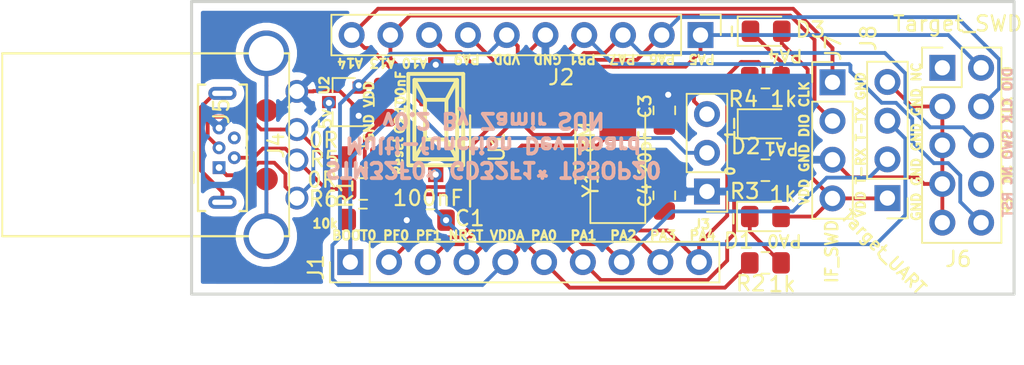
<source format=kicad_pcb>
(kicad_pcb (version 20171130) (host pcbnew 5.1.2-1.fc30)

  (general
    (thickness 1.6)
    (drawings 22)
    (tracks 332)
    (zones 0)
    (modules 25)
    (nets 32)
  )

  (page A4)
  (layers
    (0 F.Cu signal)
    (31 B.Cu signal)
    (32 B.Adhes user)
    (33 F.Adhes user)
    (34 B.Paste user)
    (35 F.Paste user)
    (36 B.SilkS user)
    (37 F.SilkS user)
    (38 B.Mask user)
    (39 F.Mask user)
    (40 Dwgs.User user)
    (41 Cmts.User user)
    (42 Eco1.User user)
    (43 Eco2.User user)
    (44 Edge.Cuts user)
    (45 Margin user)
    (46 B.CrtYd user)
    (47 F.CrtYd user)
    (48 B.Fab user)
    (49 F.Fab user)
  )

  (setup
    (last_trace_width 0.25)
    (trace_clearance 0.2)
    (zone_clearance 0.508)
    (zone_45_only no)
    (trace_min 0.2)
    (via_size 0.8)
    (via_drill 0.4)
    (via_min_size 0.4)
    (via_min_drill 0.3)
    (uvia_size 0.3)
    (uvia_drill 0.1)
    (uvias_allowed no)
    (uvia_min_size 0.2)
    (uvia_min_drill 0.1)
    (edge_width 0.15)
    (segment_width 0.2)
    (pcb_text_width 0.3)
    (pcb_text_size 1.5 1.5)
    (mod_edge_width 0.15)
    (mod_text_size 1 1)
    (mod_text_width 0.15)
    (pad_size 1.524 1.524)
    (pad_drill 0.762)
    (pad_to_mask_clearance 0.051)
    (solder_mask_min_width 0.25)
    (aux_axis_origin 0 0)
    (visible_elements FFFFFF7F)
    (pcbplotparams
      (layerselection 0x010fc_ffffffff)
      (usegerberextensions false)
      (usegerberattributes false)
      (usegerberadvancedattributes false)
      (creategerberjobfile false)
      (excludeedgelayer true)
      (linewidth 0.100000)
      (plotframeref false)
      (viasonmask false)
      (mode 1)
      (useauxorigin false)
      (hpglpennumber 1)
      (hpglpenspeed 20)
      (hpglpendiameter 15.000000)
      (psnegative false)
      (psa4output false)
      (plotreference true)
      (plotvalue true)
      (plotinvisibletext false)
      (padsonsilk false)
      (subtractmaskfromsilk false)
      (outputformat 1)
      (mirror false)
      (drillshape 0)
      (scaleselection 1)
      (outputdirectory "gerber/"))
  )

  (net 0 "")
  (net 1 GND)
  (net 2 NRST)
  (net 3 VDD)
  (net 4 "Net-(D1-Pad1)")
  (net 5 "Net-(D2-Pad1)")
  (net 6 "Net-(D3-Pad1)")
  (net 7 PA4)
  (net 8 PA3)
  (net 9 PA2)
  (net 10 PA1)
  (net 11 PA0)
  (net 12 PF1)
  (net 13 PF0)
  (net 14 Boot0)
  (net 15 PA5)
  (net 16 PA6)
  (net 17 PA7)
  (net 18 PB1)
  (net 19 USB_DM)
  (net 20 USB_DP)
  (net 21 IF_SWDIO)
  (net 22 IF_SWCLK)
  (net 23 "Net-(J4-Pad5)")
  (net 24 5V)
  (net 25 USB_D-)
  (net 26 USB_D+)
  (net 27 "Net-(J5-Pad4)")
  (net 28 "Net-(J5-Pad6)")
  (net 29 "Net-(J6-Pad1)")
  (net 30 "Net-(J6-Pad8)")
  (net 31 "Net-(R1-Pad2)")

  (net_class Default "This is the default net class."
    (clearance 0.2)
    (trace_width 0.25)
    (via_dia 0.8)
    (via_drill 0.4)
    (uvia_dia 0.3)
    (uvia_drill 0.1)
    (add_net 5V)
    (add_net Boot0)
    (add_net GND)
    (add_net IF_SWCLK)
    (add_net IF_SWDIO)
    (add_net NRST)
    (add_net "Net-(D1-Pad1)")
    (add_net "Net-(D2-Pad1)")
    (add_net "Net-(D3-Pad1)")
    (add_net "Net-(J4-Pad5)")
    (add_net "Net-(J5-Pad4)")
    (add_net "Net-(J5-Pad6)")
    (add_net "Net-(J6-Pad1)")
    (add_net "Net-(J6-Pad8)")
    (add_net "Net-(R1-Pad2)")
    (add_net PA0)
    (add_net PA1)
    (add_net PA2)
    (add_net PA3)
    (add_net PA4)
    (add_net PA5)
    (add_net PA6)
    (add_net PA7)
    (add_net PB1)
    (add_net PF0)
    (add_net PF1)
    (add_net USB_D+)
    (add_net USB_D-)
    (add_net USB_DM)
    (add_net USB_DP)
    (add_net VDD)
  )

  (module Crystal:Crystal_SMD_5032-2Pin_5.0x3.2mm_HandSoldering (layer F.Cu) (tedit 5C9EDFDD) (tstamp 5CABBA3E)
    (at 86.868 38.922 90)
    (descr "SMD Crystal SERIES SMD2520/2 http://www.icbase.com/File/PDF/HKC/HKC00061008.pdf, hand-soldering, 5.0x3.2mm^2 package")
    (tags "SMD SMT crystal hand-soldering")
    (path /5CA18233)
    (attr smd)
    (fp_text reference Y1 (at -1.972 -1.778 270) (layer F.SilkS)
      (effects (font (size 1 1) (thickness 0.15)))
    )
    (fp_text value 8M (at 1.076 -2.032 270) (layer F.SilkS)
      (effects (font (size 1 1) (thickness 0.15)))
    )
    (fp_circle (center 0 0) (end 0.093333 0) (layer F.Adhes) (width 0.186667))
    (fp_circle (center 0 0) (end 0.213333 0) (layer F.Adhes) (width 0.133333))
    (fp_circle (center 0 0) (end 0.333333 0) (layer F.Adhes) (width 0.133333))
    (fp_circle (center 0 0) (end 0.4 0) (layer F.Adhes) (width 0.1))
    (fp_line (start 4.6 -1.9) (end -4.6 -1.9) (layer F.CrtYd) (width 0.05))
    (fp_line (start 4.6 1.9) (end 4.6 -1.9) (layer F.CrtYd) (width 0.05))
    (fp_line (start -4.6 1.9) (end 4.6 1.9) (layer F.CrtYd) (width 0.05))
    (fp_line (start -4.6 -1.9) (end -4.6 1.9) (layer F.CrtYd) (width 0.05))
    (fp_line (start -4.55 1.8) (end 2.7 1.8) (layer F.SilkS) (width 0.12))
    (fp_line (start -4.55 -1.8) (end -4.55 1.8) (layer F.SilkS) (width 0.12))
    (fp_line (start 2.7 -1.8) (end -4.55 -1.8) (layer F.SilkS) (width 0.12))
    (fp_line (start -2.5 0.6) (end -1.5 1.6) (layer F.Fab) (width 0.1))
    (fp_line (start -2.5 -1.4) (end -2.3 -1.6) (layer F.Fab) (width 0.1))
    (fp_line (start -2.5 1.4) (end -2.5 -1.4) (layer F.Fab) (width 0.1))
    (fp_line (start -2.3 1.6) (end -2.5 1.4) (layer F.Fab) (width 0.1))
    (fp_line (start 2.3 1.6) (end -2.3 1.6) (layer F.Fab) (width 0.1))
    (fp_line (start 2.5 1.4) (end 2.3 1.6) (layer F.Fab) (width 0.1))
    (fp_line (start 2.5 -1.4) (end 2.5 1.4) (layer F.Fab) (width 0.1))
    (fp_line (start 2.3 -1.6) (end 2.5 -1.4) (layer F.Fab) (width 0.1))
    (fp_line (start -2.3 -1.6) (end 2.3 -1.6) (layer F.Fab) (width 0.1))
    (fp_text user %R (at 0 0 270) (layer F.Fab)
      (effects (font (size 1 1) (thickness 0.15)))
    )
    (pad 2 smd rect (at 2.6 0 90) (size 3.5 2.4) (layers F.Cu F.Paste F.Mask)
      (net 13 PF0))
    (pad 1 smd rect (at -2.6 0 90) (size 3.5 2.4) (layers F.Cu F.Paste F.Mask)
      (net 12 PF1))
    (model ${KISYS3DMOD}/Crystal.3dshapes/Crystal_SMD_5032-2Pin_5.0x3.2mm_HandSoldering.wrl
      (at (xyz 0 0 0))
      (scale (xyz 1 1 1))
      (rotate (xyz 0 0 0))
    )
  )

  (module Package_TO_SOT_SMD:SOT-23 (layer F.Cu) (tedit 5C9EF470) (tstamp 5CAB9CCF)
    (at 68.936 35.534 180)
    (descr "SOT-23, Standard")
    (tags SOT-23)
    (path /5C9EEE45)
    (attr smd)
    (fp_text reference U2 (at 1.3 1.1 270) (layer F.SilkS)
      (effects (font (size 0.6 0.6) (thickness 0.15)))
    )
    (fp_text value MCP1700-3302E_SOT23 (at 0 2.5) (layer F.Fab)
      (effects (font (size 1 1) (thickness 0.15)))
    )
    (fp_line (start 0.76 1.58) (end -0.7 1.58) (layer F.SilkS) (width 0.12))
    (fp_line (start 0.76 -1.58) (end -1.4 -1.58) (layer F.SilkS) (width 0.12))
    (fp_line (start -1.7 1.75) (end -1.7 -1.75) (layer F.CrtYd) (width 0.05))
    (fp_line (start 1.7 1.75) (end -1.7 1.75) (layer F.CrtYd) (width 0.05))
    (fp_line (start 1.7 -1.75) (end 1.7 1.75) (layer F.CrtYd) (width 0.05))
    (fp_line (start -1.7 -1.75) (end 1.7 -1.75) (layer F.CrtYd) (width 0.05))
    (fp_line (start 0.76 -1.58) (end 0.76 -0.65) (layer F.SilkS) (width 0.12))
    (fp_line (start 0.76 1.58) (end 0.76 0.65) (layer F.SilkS) (width 0.12))
    (fp_line (start -0.7 1.52) (end 0.7 1.52) (layer F.Fab) (width 0.1))
    (fp_line (start 0.7 -1.52) (end 0.7 1.52) (layer F.Fab) (width 0.1))
    (fp_line (start -0.7 -0.95) (end -0.15 -1.52) (layer F.Fab) (width 0.1))
    (fp_line (start -0.15 -1.52) (end 0.7 -1.52) (layer F.Fab) (width 0.1))
    (fp_line (start -0.7 -0.95) (end -0.7 1.5) (layer F.Fab) (width 0.1))
    (fp_text user %R (at 0 0 -90) (layer F.Fab)
      (effects (font (size 0.5 0.5) (thickness 0.075)))
    )
    (pad 3 smd rect (at 1 0 180) (size 0.9 0.8) (layers F.Cu F.Paste F.Mask)
      (net 24 5V))
    (pad 2 smd rect (at -1 0.95 180) (size 0.9 0.8) (layers F.Cu F.Paste F.Mask)
      (net 3 VDD))
    (pad 1 smd rect (at -1 -0.95 180) (size 0.9 0.8) (layers F.Cu F.Paste F.Mask)
      (net 1 GND))
    (model ${KISYS3DMOD}/Package_TO_SOT_SMD.3dshapes/SOT-23.wrl
      (at (xyz 0 0 0))
      (scale (xyz 1 1 1))
      (rotate (xyz 0 0 0))
    )
  )

  (module Capacitor_SMD:C_0805_2012Metric_Pad1.15x1.40mm_HandSolder (layer F.Cu) (tedit 5C9EDF86) (tstamp 5CAB3383)
    (at 74.586 43.284 180)
    (descr "Capacitor SMD 0805 (2012 Metric), square (rectangular) end terminal, IPC_7351 nominal with elongated pad for handsoldering. (Body size source: https://docs.google.com/spreadsheets/d/1BsfQQcO9C6DZCsRaXUlFlo91Tg2WpOkGARC1WS5S8t0/edit?usp=sharing), generated with kicad-footprint-generator")
    (tags "capacitor handsolder")
    (path /5CA1844A)
    (attr smd)
    (fp_text reference C1 (at -2.575 0.125) (layer F.SilkS)
      (effects (font (size 1 1) (thickness 0.15)))
    )
    (fp_text value 100nF (at 0.15 1.45) (layer F.SilkS)
      (effects (font (size 1 1) (thickness 0.15)))
    )
    (fp_text user %R (at 0 0) (layer F.Fab)
      (effects (font (size 0.5 0.5) (thickness 0.08)))
    )
    (fp_line (start 1.85 0.95) (end -1.85 0.95) (layer F.CrtYd) (width 0.05))
    (fp_line (start 1.85 -0.95) (end 1.85 0.95) (layer F.CrtYd) (width 0.05))
    (fp_line (start -1.85 -0.95) (end 1.85 -0.95) (layer F.CrtYd) (width 0.05))
    (fp_line (start -1.85 0.95) (end -1.85 -0.95) (layer F.CrtYd) (width 0.05))
    (fp_line (start -0.261252 0.71) (end 0.261252 0.71) (layer F.SilkS) (width 0.12))
    (fp_line (start -0.261252 -0.71) (end 0.261252 -0.71) (layer F.SilkS) (width 0.12))
    (fp_line (start 1 0.6) (end -1 0.6) (layer F.Fab) (width 0.1))
    (fp_line (start 1 -0.6) (end 1 0.6) (layer F.Fab) (width 0.1))
    (fp_line (start -1 -0.6) (end 1 -0.6) (layer F.Fab) (width 0.1))
    (fp_line (start -1 0.6) (end -1 -0.6) (layer F.Fab) (width 0.1))
    (pad 2 smd roundrect (at 1.025 0 180) (size 1.15 1.4) (layers F.Cu F.Paste F.Mask) (roundrect_rratio 0.217391)
      (net 1 GND))
    (pad 1 smd roundrect (at -1.025 0 180) (size 1.15 1.4) (layers F.Cu F.Paste F.Mask) (roundrect_rratio 0.217391)
      (net 2 NRST))
    (model ${KISYS3DMOD}/Capacitor_SMD.3dshapes/C_0805_2012Metric.wrl
      (at (xyz 0 0 0))
      (scale (xyz 1 1 1))
      (rotate (xyz 0 0 0))
    )
  )

  (module Capacitor_SMD:C_0805_2012Metric_Pad1.15x1.40mm_HandSolder (layer F.Cu) (tedit 5C9EFA80) (tstamp 5CAB7903)
    (at 71.586 35.534 270)
    (descr "Capacitor SMD 0805 (2012 Metric), square (rectangular) end terminal, IPC_7351 nominal with elongated pad for handsoldering. (Body size source: https://docs.google.com/spreadsheets/d/1BsfQQcO9C6DZCsRaXUlFlo91Tg2WpOkGARC1WS5S8t0/edit?usp=sharing), generated with kicad-footprint-generator")
    (tags "capacitor handsolder")
    (path /5CA1946D)
    (attr smd)
    (fp_text reference C2 (at 1.5 -1 270) (layer F.SilkS)
      (effects (font (size 0.6 0.6) (thickness 0.15)))
    )
    (fp_text value 100nF (at -0.65 -1.05 90) (layer F.SilkS)
      (effects (font (size 0.6 0.6) (thickness 0.15)))
    )
    (fp_line (start -1 0.6) (end -1 -0.6) (layer F.Fab) (width 0.1))
    (fp_line (start -1 -0.6) (end 1 -0.6) (layer F.Fab) (width 0.1))
    (fp_line (start 1 -0.6) (end 1 0.6) (layer F.Fab) (width 0.1))
    (fp_line (start 1 0.6) (end -1 0.6) (layer F.Fab) (width 0.1))
    (fp_line (start -0.261252 -0.71) (end 0.261252 -0.71) (layer F.SilkS) (width 0.12))
    (fp_line (start -0.261252 0.71) (end 0.261252 0.71) (layer F.SilkS) (width 0.12))
    (fp_line (start -1.85 0.95) (end -1.85 -0.95) (layer F.CrtYd) (width 0.05))
    (fp_line (start -1.85 -0.95) (end 1.85 -0.95) (layer F.CrtYd) (width 0.05))
    (fp_line (start 1.85 -0.95) (end 1.85 0.95) (layer F.CrtYd) (width 0.05))
    (fp_line (start 1.85 0.95) (end -1.85 0.95) (layer F.CrtYd) (width 0.05))
    (fp_text user %R (at 0 0 270) (layer F.Fab)
      (effects (font (size 0.5 0.5) (thickness 0.08)))
    )
    (pad 1 smd roundrect (at -1.025 0 270) (size 1.15 1.4) (layers F.Cu F.Paste F.Mask) (roundrect_rratio 0.217391)
      (net 3 VDD))
    (pad 2 smd roundrect (at 1.025 0 270) (size 1.15 1.4) (layers F.Cu F.Paste F.Mask) (roundrect_rratio 0.217391)
      (net 1 GND))
    (model ${KISYS3DMOD}/Capacitor_SMD.3dshapes/C_0805_2012Metric.wrl
      (at (xyz 0 0 0))
      (scale (xyz 1 1 1))
      (rotate (xyz 0 0 0))
    )
  )

  (module LED_SMD:LED_0805_2012Metric_Pad1.15x1.40mm_HandSolder (layer F.Cu) (tedit 5B4B45C9) (tstamp 5CEDE20D)
    (at 96.541 43.044)
    (descr "LED SMD 0805 (2012 Metric), square (rectangular) end terminal, IPC_7351 nominal, (Body size source: https://docs.google.com/spreadsheets/d/1BsfQQcO9C6DZCsRaXUlFlo91Tg2WpOkGARC1WS5S8t0/edit?usp=sharing), generated with kicad-footprint-generator")
    (tags "LED handsolder")
    (path /5CA19FB2)
    (attr smd)
    (fp_text reference D1 (at -1.755 1.59 180) (layer F.SilkS)
      (effects (font (size 1 1) (thickness 0.15)))
    )
    (fp_text value LED_Small (at 0 1.65 180) (layer F.Fab)
      (effects (font (size 1 1) (thickness 0.15)))
    )
    (fp_line (start 1 -0.6) (end -0.7 -0.6) (layer F.Fab) (width 0.1))
    (fp_line (start -0.7 -0.6) (end -1 -0.3) (layer F.Fab) (width 0.1))
    (fp_line (start -1 -0.3) (end -1 0.6) (layer F.Fab) (width 0.1))
    (fp_line (start -1 0.6) (end 1 0.6) (layer F.Fab) (width 0.1))
    (fp_line (start 1 0.6) (end 1 -0.6) (layer F.Fab) (width 0.1))
    (fp_line (start 1 -0.96) (end -1.86 -0.96) (layer F.SilkS) (width 0.12))
    (fp_line (start -1.86 -0.96) (end -1.86 0.96) (layer F.SilkS) (width 0.12))
    (fp_line (start -1.86 0.96) (end 1 0.96) (layer F.SilkS) (width 0.12))
    (fp_line (start -1.85 0.95) (end -1.85 -0.95) (layer F.CrtYd) (width 0.05))
    (fp_line (start -1.85 -0.95) (end 1.85 -0.95) (layer F.CrtYd) (width 0.05))
    (fp_line (start 1.85 -0.95) (end 1.85 0.95) (layer F.CrtYd) (width 0.05))
    (fp_line (start 1.85 0.95) (end -1.85 0.95) (layer F.CrtYd) (width 0.05))
    (fp_text user %R (at 0 0 180) (layer F.Fab)
      (effects (font (size 0.5 0.5) (thickness 0.08)))
    )
    (pad 1 smd roundrect (at -1.025 0) (size 1.15 1.4) (layers F.Cu F.Paste F.Mask) (roundrect_rratio 0.217391)
      (net 4 "Net-(D1-Pad1)"))
    (pad 2 smd roundrect (at 1.025 0) (size 1.15 1.4) (layers F.Cu F.Paste F.Mask) (roundrect_rratio 0.217391)
      (net 3 VDD))
    (model ${KISYS3DMOD}/LED_SMD.3dshapes/LED_0805_2012Metric.wrl
      (at (xyz 0 0 0))
      (scale (xyz 1 1 1))
      (rotate (xyz 0 0 0))
    )
  )

  (module LED_SMD:LED_0805_2012Metric_Pad1.15x1.40mm_HandSolder (layer F.Cu) (tedit 5B4B45C9) (tstamp 5CEDE0DE)
    (at 96.586 36.964)
    (descr "LED SMD 0805 (2012 Metric), square (rectangular) end terminal, IPC_7351 nominal, (Body size source: https://docs.google.com/spreadsheets/d/1BsfQQcO9C6DZCsRaXUlFlo91Tg2WpOkGARC1WS5S8t0/edit?usp=sharing), generated with kicad-footprint-generator")
    (tags "LED handsolder")
    (path /5CA1A064)
    (attr smd)
    (fp_text reference D2 (at -1.336 1.47) (layer F.SilkS)
      (effects (font (size 1 1) (thickness 0.15)))
    )
    (fp_text value LED_Small (at 0 1.65 180) (layer F.Fab)
      (effects (font (size 1 1) (thickness 0.15)))
    )
    (fp_line (start 1 -0.6) (end -0.7 -0.6) (layer F.Fab) (width 0.1))
    (fp_line (start -0.7 -0.6) (end -1 -0.3) (layer F.Fab) (width 0.1))
    (fp_line (start -1 -0.3) (end -1 0.6) (layer F.Fab) (width 0.1))
    (fp_line (start -1 0.6) (end 1 0.6) (layer F.Fab) (width 0.1))
    (fp_line (start 1 0.6) (end 1 -0.6) (layer F.Fab) (width 0.1))
    (fp_line (start 1 -0.96) (end -1.86 -0.96) (layer F.SilkS) (width 0.12))
    (fp_line (start -1.86 -0.96) (end -1.86 0.96) (layer F.SilkS) (width 0.12))
    (fp_line (start -1.86 0.96) (end 1 0.96) (layer F.SilkS) (width 0.12))
    (fp_line (start -1.85 0.95) (end -1.85 -0.95) (layer F.CrtYd) (width 0.05))
    (fp_line (start -1.85 -0.95) (end 1.85 -0.95) (layer F.CrtYd) (width 0.05))
    (fp_line (start 1.85 -0.95) (end 1.85 0.95) (layer F.CrtYd) (width 0.05))
    (fp_line (start 1.85 0.95) (end -1.85 0.95) (layer F.CrtYd) (width 0.05))
    (fp_text user %R (at 0 0 180) (layer F.Fab)
      (effects (font (size 0.5 0.5) (thickness 0.08)))
    )
    (pad 1 smd roundrect (at -1.025 0) (size 1.15 1.4) (layers F.Cu F.Paste F.Mask) (roundrect_rratio 0.217391)
      (net 5 "Net-(D2-Pad1)"))
    (pad 2 smd roundrect (at 1.025 0) (size 1.15 1.4) (layers F.Cu F.Paste F.Mask) (roundrect_rratio 0.217391)
      (net 3 VDD))
    (model ${KISYS3DMOD}/LED_SMD.3dshapes/LED_0805_2012Metric.wrl
      (at (xyz 0 0 0))
      (scale (xyz 1 1 1))
      (rotate (xyz 0 0 0))
    )
  )

  (module LED_SMD:LED_0805_2012Metric_Pad1.15x1.40mm_HandSolder (layer F.Cu) (tedit 5B4B45C9) (tstamp 5CEDDBF4)
    (at 96.586 30.884)
    (descr "LED SMD 0805 (2012 Metric), square (rectangular) end terminal, IPC_7351 nominal, (Body size source: https://docs.google.com/spreadsheets/d/1BsfQQcO9C6DZCsRaXUlFlo91Tg2WpOkGARC1WS5S8t0/edit?usp=sharing), generated with kicad-footprint-generator")
    (tags "LED handsolder")
    (path /5CA1A0B2)
    (attr smd)
    (fp_text reference D3 (at 2.9 -0.1 180) (layer F.SilkS)
      (effects (font (size 1 1) (thickness 0.15)))
    )
    (fp_text value LED_Small (at 0 1.65 180) (layer F.Fab)
      (effects (font (size 1 1) (thickness 0.15)))
    )
    (fp_text user %R (at 0 0 180) (layer F.Fab)
      (effects (font (size 0.5 0.5) (thickness 0.08)))
    )
    (fp_line (start 1.85 0.95) (end -1.85 0.95) (layer F.CrtYd) (width 0.05))
    (fp_line (start 1.85 -0.95) (end 1.85 0.95) (layer F.CrtYd) (width 0.05))
    (fp_line (start -1.85 -0.95) (end 1.85 -0.95) (layer F.CrtYd) (width 0.05))
    (fp_line (start -1.85 0.95) (end -1.85 -0.95) (layer F.CrtYd) (width 0.05))
    (fp_line (start -1.86 0.96) (end 1 0.96) (layer F.SilkS) (width 0.12))
    (fp_line (start -1.86 -0.96) (end -1.86 0.96) (layer F.SilkS) (width 0.12))
    (fp_line (start 1 -0.96) (end -1.86 -0.96) (layer F.SilkS) (width 0.12))
    (fp_line (start 1 0.6) (end 1 -0.6) (layer F.Fab) (width 0.1))
    (fp_line (start -1 0.6) (end 1 0.6) (layer F.Fab) (width 0.1))
    (fp_line (start -1 -0.3) (end -1 0.6) (layer F.Fab) (width 0.1))
    (fp_line (start -0.7 -0.6) (end -1 -0.3) (layer F.Fab) (width 0.1))
    (fp_line (start 1 -0.6) (end -0.7 -0.6) (layer F.Fab) (width 0.1))
    (pad 2 smd roundrect (at 1.025 0) (size 1.15 1.4) (layers F.Cu F.Paste F.Mask) (roundrect_rratio 0.217391)
      (net 3 VDD))
    (pad 1 smd roundrect (at -1.025 0) (size 1.15 1.4) (layers F.Cu F.Paste F.Mask) (roundrect_rratio 0.217391)
      (net 6 "Net-(D3-Pad1)"))
    (model ${KISYS3DMOD}/LED_SMD.3dshapes/LED_0805_2012Metric.wrl
      (at (xyz 0 0 0))
      (scale (xyz 1 1 1))
      (rotate (xyz 0 0 0))
    )
  )

  (module Connector_PinHeader_2.54mm:PinHeader_1x10_P2.54mm_Vertical (layer F.Cu) (tedit 59FED5CC) (tstamp 5CAB33EB)
    (at 69.336 46.034 90)
    (descr "Through hole straight pin header, 1x10, 2.54mm pitch, single row")
    (tags "Through hole pin header THT 1x10 2.54mm single row")
    (path /5CA1BE27)
    (fp_text reference J1 (at -0.35 -2.25 90) (layer F.SilkS)
      (effects (font (size 1 1) (thickness 0.15)))
    )
    (fp_text value Conn_01x10_Male (at 0 25.19 90) (layer F.Fab)
      (effects (font (size 1 1) (thickness 0.15)))
    )
    (fp_text user %R (at 0 11.43) (layer F.Fab)
      (effects (font (size 1 1) (thickness 0.15)))
    )
    (fp_line (start 1.8 -1.8) (end -1.8 -1.8) (layer F.CrtYd) (width 0.05))
    (fp_line (start 1.8 24.65) (end 1.8 -1.8) (layer F.CrtYd) (width 0.05))
    (fp_line (start -1.8 24.65) (end 1.8 24.65) (layer F.CrtYd) (width 0.05))
    (fp_line (start -1.8 -1.8) (end -1.8 24.65) (layer F.CrtYd) (width 0.05))
    (fp_line (start -1.33 -1.33) (end 0 -1.33) (layer F.SilkS) (width 0.12))
    (fp_line (start -1.33 0) (end -1.33 -1.33) (layer F.SilkS) (width 0.12))
    (fp_line (start -1.33 1.27) (end 1.33 1.27) (layer F.SilkS) (width 0.12))
    (fp_line (start 1.33 1.27) (end 1.33 24.19) (layer F.SilkS) (width 0.12))
    (fp_line (start -1.33 1.27) (end -1.33 24.19) (layer F.SilkS) (width 0.12))
    (fp_line (start -1.33 24.19) (end 1.33 24.19) (layer F.SilkS) (width 0.12))
    (fp_line (start -1.27 -0.635) (end -0.635 -1.27) (layer F.Fab) (width 0.1))
    (fp_line (start -1.27 24.13) (end -1.27 -0.635) (layer F.Fab) (width 0.1))
    (fp_line (start 1.27 24.13) (end -1.27 24.13) (layer F.Fab) (width 0.1))
    (fp_line (start 1.27 -1.27) (end 1.27 24.13) (layer F.Fab) (width 0.1))
    (fp_line (start -0.635 -1.27) (end 1.27 -1.27) (layer F.Fab) (width 0.1))
    (pad 10 thru_hole oval (at 0 22.86 90) (size 1.7 1.7) (drill 1) (layers *.Cu *.Mask)
      (net 7 PA4))
    (pad 9 thru_hole oval (at 0 20.32 90) (size 1.7 1.7) (drill 1) (layers *.Cu *.Mask)
      (net 8 PA3))
    (pad 8 thru_hole oval (at 0 17.78 90) (size 1.7 1.7) (drill 1) (layers *.Cu *.Mask)
      (net 9 PA2))
    (pad 7 thru_hole oval (at 0 15.24 90) (size 1.7 1.7) (drill 1) (layers *.Cu *.Mask)
      (net 10 PA1))
    (pad 6 thru_hole oval (at 0 12.7 90) (size 1.7 1.7) (drill 1) (layers *.Cu *.Mask)
      (net 11 PA0))
    (pad 5 thru_hole oval (at 0 10.16 90) (size 1.7 1.7) (drill 1) (layers *.Cu *.Mask)
      (net 3 VDD))
    (pad 4 thru_hole oval (at 0 7.62 90) (size 1.7 1.7) (drill 1) (layers *.Cu *.Mask)
      (net 2 NRST))
    (pad 3 thru_hole oval (at 0 5.08 90) (size 1.7 1.7) (drill 1) (layers *.Cu *.Mask)
      (net 12 PF1))
    (pad 2 thru_hole oval (at 0 2.54 90) (size 1.7 1.7) (drill 1) (layers *.Cu *.Mask)
      (net 13 PF0))
    (pad 1 thru_hole rect (at 0 0 90) (size 1.7 1.7) (drill 1) (layers *.Cu *.Mask)
      (net 14 Boot0))
    (model ${KISYS3DMOD}/Connector_PinHeader_2.54mm.3dshapes/PinHeader_1x10_P2.54mm_Vertical.wrl
      (at (xyz 0 0 0))
      (scale (xyz 1 1 1))
      (rotate (xyz 0 0 0))
    )
  )

  (module Connector_PinHeader_2.54mm:PinHeader_1x10_P2.54mm_Vertical (layer F.Cu) (tedit 59FED5CC) (tstamp 5CAB79B7)
    (at 92.286 31.134 270)
    (descr "Through hole straight pin header, 1x10, 2.54mm pitch, single row")
    (tags "Through hole pin header THT 1x10 2.54mm single row")
    (path /5CA1BCD2)
    (fp_text reference J2 (at 2.775 9.125 180) (layer F.SilkS)
      (effects (font (size 1 1) (thickness 0.15)))
    )
    (fp_text value Conn_01x10_Male (at -0.95 17.75 180) (layer F.Fab)
      (effects (font (size 1 1) (thickness 0.15)))
    )
    (fp_line (start -0.635 -1.27) (end 1.27 -1.27) (layer F.Fab) (width 0.1))
    (fp_line (start 1.27 -1.27) (end 1.27 24.13) (layer F.Fab) (width 0.1))
    (fp_line (start 1.27 24.13) (end -1.27 24.13) (layer F.Fab) (width 0.1))
    (fp_line (start -1.27 24.13) (end -1.27 -0.635) (layer F.Fab) (width 0.1))
    (fp_line (start -1.27 -0.635) (end -0.635 -1.27) (layer F.Fab) (width 0.1))
    (fp_line (start -1.33 24.19) (end 1.33 24.19) (layer F.SilkS) (width 0.12))
    (fp_line (start -1.33 1.27) (end -1.33 24.19) (layer F.SilkS) (width 0.12))
    (fp_line (start 1.33 1.27) (end 1.33 24.19) (layer F.SilkS) (width 0.12))
    (fp_line (start -1.33 1.27) (end 1.33 1.27) (layer F.SilkS) (width 0.12))
    (fp_line (start -1.33 0) (end -1.33 -1.33) (layer F.SilkS) (width 0.12))
    (fp_line (start -1.33 -1.33) (end 0 -1.33) (layer F.SilkS) (width 0.12))
    (fp_line (start -1.8 -1.8) (end -1.8 24.65) (layer F.CrtYd) (width 0.05))
    (fp_line (start -1.8 24.65) (end 1.8 24.65) (layer F.CrtYd) (width 0.05))
    (fp_line (start 1.8 24.65) (end 1.8 -1.8) (layer F.CrtYd) (width 0.05))
    (fp_line (start 1.8 -1.8) (end -1.8 -1.8) (layer F.CrtYd) (width 0.05))
    (fp_text user %R (at 0 11.43 180) (layer F.Fab)
      (effects (font (size 1 1) (thickness 0.15)))
    )
    (pad 1 thru_hole rect (at 0 0 270) (size 1.7 1.7) (drill 1) (layers *.Cu *.Mask)
      (net 15 PA5))
    (pad 2 thru_hole oval (at 0 2.54 270) (size 1.7 1.7) (drill 1) (layers *.Cu *.Mask)
      (net 16 PA6))
    (pad 3 thru_hole oval (at 0 5.08 270) (size 1.7 1.7) (drill 1) (layers *.Cu *.Mask)
      (net 17 PA7))
    (pad 4 thru_hole oval (at 0 7.62 270) (size 1.7 1.7) (drill 1) (layers *.Cu *.Mask)
      (net 18 PB1))
    (pad 5 thru_hole oval (at 0 10.16 270) (size 1.7 1.7) (drill 1) (layers *.Cu *.Mask)
      (net 1 GND))
    (pad 6 thru_hole oval (at 0 12.7 270) (size 1.7 1.7) (drill 1) (layers *.Cu *.Mask)
      (net 3 VDD))
    (pad 7 thru_hole oval (at 0 15.24 270) (size 1.7 1.7) (drill 1) (layers *.Cu *.Mask)
      (net 19 USB_DM))
    (pad 8 thru_hole oval (at 0 17.78 270) (size 1.7 1.7) (drill 1) (layers *.Cu *.Mask)
      (net 20 USB_DP))
    (pad 9 thru_hole oval (at 0 20.32 270) (size 1.7 1.7) (drill 1) (layers *.Cu *.Mask)
      (net 21 IF_SWDIO))
    (pad 10 thru_hole oval (at 0 22.86 270) (size 1.7 1.7) (drill 1) (layers *.Cu *.Mask)
      (net 22 IF_SWCLK))
    (model ${KISYS3DMOD}/Connector_PinHeader_2.54mm.3dshapes/PinHeader_1x10_P2.54mm_Vertical.wrl
      (at (xyz 0 0 0))
      (scale (xyz 1 1 1))
      (rotate (xyz 0 0 0))
    )
  )

  (module Connector_PinHeader_2.54mm:PinHeader_1x03_P2.54mm_Vertical (layer F.Cu) (tedit 5C9EFC2A) (tstamp 5CAB3420)
    (at 92.71 41.402 180)
    (descr "Through hole straight pin header, 1x03, 2.54mm pitch, single row")
    (tags "Through hole pin header THT 1x03 2.54mm single row")
    (path /5CA17AC9)
    (fp_text reference J3 (at 0.325 -2.15) (layer F.SilkS)
      (effects (font (size 0.6 0.6) (thickness 0.15)))
    )
    (fp_text value Conn_01x03_Male (at -1.524 3.556 270) (layer F.Fab)
      (effects (font (size 0.6 0.6) (thickness 0.15)))
    )
    (fp_line (start -0.635 -1.27) (end 1.27 -1.27) (layer F.Fab) (width 0.1))
    (fp_line (start 1.27 -1.27) (end 1.27 6.35) (layer F.Fab) (width 0.1))
    (fp_line (start 1.27 6.35) (end -1.27 6.35) (layer F.Fab) (width 0.1))
    (fp_line (start -1.27 6.35) (end -1.27 -0.635) (layer F.Fab) (width 0.1))
    (fp_line (start -1.27 -0.635) (end -0.635 -1.27) (layer F.Fab) (width 0.1))
    (fp_line (start -1.33 6.41) (end 1.33 6.41) (layer F.SilkS) (width 0.12))
    (fp_line (start -1.33 1.27) (end -1.33 6.41) (layer F.SilkS) (width 0.12))
    (fp_line (start 1.33 1.27) (end 1.33 6.41) (layer F.SilkS) (width 0.12))
    (fp_line (start -1.33 1.27) (end 1.33 1.27) (layer F.SilkS) (width 0.12))
    (fp_line (start -1.33 0) (end -1.33 -1.33) (layer F.SilkS) (width 0.12))
    (fp_line (start -1.33 -1.33) (end 0 -1.33) (layer F.SilkS) (width 0.12))
    (fp_line (start -1.8 -1.8) (end -1.8 6.85) (layer F.CrtYd) (width 0.05))
    (fp_line (start -1.8 6.85) (end 1.8 6.85) (layer F.CrtYd) (width 0.05))
    (fp_line (start 1.8 6.85) (end 1.8 -1.8) (layer F.CrtYd) (width 0.05))
    (fp_line (start 1.8 -1.8) (end -1.8 -1.8) (layer F.CrtYd) (width 0.05))
    (fp_text user %R (at 0 2.54 270) (layer F.Fab)
      (effects (font (size 1 1) (thickness 0.15)))
    )
    (pad 1 thru_hole rect (at 0 0 180) (size 1.7 1.7) (drill 1) (layers *.Cu *.Mask)
      (net 1 GND))
    (pad 2 thru_hole oval (at 0 2.54 180) (size 1.7 1.7) (drill 1) (layers *.Cu *.Mask)
      (net 14 Boot0))
    (pad 3 thru_hole oval (at 0 5.08 180) (size 1.7 1.7) (drill 1) (layers *.Cu *.Mask)
      (net 3 VDD))
    (model ${KISYS3DMOD}/Connector_PinHeader_2.54mm.3dshapes/PinHeader_1x03_P2.54mm_Vertical.wrl
      (at (xyz 0 0 0))
      (scale (xyz 1 1 1))
      (rotate (xyz 0 0 0))
    )
  )

  (module Icenowy_Connectors:USB_A_Plug (layer F.Cu) (tedit 5B4E2783) (tstamp 5CAB3434)
    (at 65.836 34.834 270)
    (descr "USB A plug")
    (tags "USB USB_A")
    (path /5CA17924)
    (fp_text reference J4 (at 3.55 1.35 270) (layer F.SilkS)
      (effects (font (size 1 1) (thickness 0.15)))
    )
    (fp_text value USB_A (at 3.55 3.15 90) (layer F.Fab)
      (effects (font (size 1 1) (thickness 0.15)))
    )
    (fp_line (start 9.5 0.508) (end 9.5 19.308) (layer F.SilkS) (width 0.15))
    (fp_line (start -4.191 19.431) (end -4.191 -1.397) (layer F.CrtYd) (width 0.05))
    (fp_line (start 11.303 -1.397) (end 11.303 19.431) (layer F.CrtYd) (width 0.05))
    (fp_line (start -4.191 19.431) (end 11.303 19.431) (layer F.CrtYd) (width 0.05))
    (fp_line (start -4.191 -1.397) (end 11.303 -1.397) (layer F.CrtYd) (width 0.05))
    (fp_line (start -2.5 0.508) (end 9.5 0.508) (layer F.SilkS) (width 0.12))
    (fp_line (start -2.5 0.508) (end -2.5 19.308) (layer F.SilkS) (width 0.15))
    (fp_line (start -2.5 19.308) (end 9.5 19.308) (layer F.SilkS) (width 0.12))
    (pad 5 smd circle (at 5.75 2 180) (size 1.5 1.5) (layers F.Cu F.Paste F.Mask)
      (net 23 "Net-(J4-Pad5)"))
    (pad 1 thru_hole circle (at 7 0 180) (size 1.5 1.5) (drill 1) (layers *.Cu *.Mask)
      (net 24 5V))
    (pad 2 thru_hole circle (at 4.5 0 180) (size 1.5 1.5) (drill 1) (layers *.Cu *.Mask)
      (net 25 USB_D-))
    (pad 3 thru_hole circle (at 2.5 0 180) (size 1.5 1.5) (drill 1) (layers *.Cu *.Mask)
      (net 26 USB_D+))
    (pad 4 thru_hole circle (at 0 0 180) (size 1.5 1.5) (drill 1) (layers *.Cu *.Mask)
      (net 1 GND))
    (pad 5 thru_hole circle (at 9.5 2 180) (size 3 3) (drill 2.3) (layers *.Cu *.Mask)
      (net 23 "Net-(J4-Pad5)"))
    (pad 5 thru_hole circle (at -2.5 2 180) (size 3 3) (drill 2.3) (layers *.Cu *.Mask)
      (net 23 "Net-(J4-Pad5)"))
    (pad 5 smd circle (at 1.25 2 180) (size 1.5 1.5) (layers F.Cu F.Paste F.Mask)
      (net 23 "Net-(J4-Pad5)"))
    (model /home/icenowy/kicad/packages/USB_A_Plug.step
      (offset (xyz 3.5 -20 0))
      (scale (xyz 1 1 1))
      (rotate (xyz -90 0 0))
    )
  )

  (module Connector_USB:USB_Micro-B_Wuerth_614105150721_Vertical (layer F.Cu) (tedit 5A142044) (tstamp 5CAB3452)
    (at 60.736 39.834 90)
    (descr "USB Micro-B receptacle, through-hole, vertical, http://katalog.we-online.de/em/datasheet/614105150721.pdf")
    (tags "usb micro receptacle vertical")
    (path /5CA18B95)
    (fp_text reference J5 (at 3.7 0.15 90) (layer F.SilkS)
      (effects (font (size 1 1) (thickness 0.15)))
    )
    (fp_text value USB_B_Micro (at 1.95 -1.7 90) (layer F.Fab)
      (effects (font (size 1 1) (thickness 0.15)))
    )
    (fp_line (start -2.7 -1.23) (end -1 -1.23) (layer F.Fab) (width 0.15))
    (fp_line (start -1 -1.23) (end 0 -0.23) (layer F.Fab) (width 0.15))
    (fp_line (start 0 -0.23) (end 1 -1.23) (layer F.Fab) (width 0.15))
    (fp_line (start 1 -1.23) (end 5.3 -1.23) (layer F.Fab) (width 0.15))
    (fp_line (start 5.3 -1.23) (end 5.3 1.67) (layer F.Fab) (width 0.15))
    (fp_line (start 5.3 1.67) (end -2.7 1.67) (layer F.Fab) (width 0.15))
    (fp_line (start -2.7 1.67) (end -2.7 -1.23) (layer F.Fab) (width 0.15))
    (fp_line (start -2.85 -0.905) (end -2.85 -1.38) (layer F.SilkS) (width 0.15))
    (fp_line (start -2.85 -1.38) (end 5.45 -1.38) (layer F.SilkS) (width 0.15))
    (fp_line (start 5.45 -1.38) (end 5.45 -0.905) (layer F.SilkS) (width 0.15))
    (fp_line (start -2.85 1.345) (end -2.85 1.82) (layer F.SilkS) (width 0.15))
    (fp_line (start -2.85 1.82) (end 5.45 1.82) (layer F.SilkS) (width 0.15))
    (fp_line (start 5.45 1.82) (end 5.45 1.345) (layer F.SilkS) (width 0.15))
    (fp_line (start -1 -1.68) (end 1 -1.68) (layer F.SilkS) (width 0.15))
    (fp_line (start -3.2 -1.73) (end -3.2 2.17) (layer F.CrtYd) (width 0.05))
    (fp_line (start -3.2 2.17) (end 5.8 2.17) (layer F.CrtYd) (width 0.05))
    (fp_line (start 5.8 2.17) (end 5.8 -1.73) (layer F.CrtYd) (width 0.05))
    (fp_line (start 5.8 -1.73) (end -3.2 -1.73) (layer F.CrtYd) (width 0.05))
    (fp_text user %R (at 1.3 0.22 90) (layer F.Fab)
      (effects (font (size 1 1) (thickness 0.15)))
    )
    (pad 1 thru_hole rect (at 0 0 90) (size 0.84 0.84) (drill 0.44) (layers *.Cu *.Mask)
      (net 24 5V))
    (pad 2 thru_hole circle (at 0.65 1 90) (size 0.84 0.84) (drill 0.44) (layers *.Cu *.Mask)
      (net 25 USB_D-))
    (pad 3 thru_hole circle (at 1.3 0 90) (size 0.84 0.84) (drill 0.44) (layers *.Cu *.Mask)
      (net 26 USB_D+))
    (pad 4 thru_hole circle (at 1.95 1 90) (size 0.84 0.84) (drill 0.44) (layers *.Cu *.Mask)
      (net 27 "Net-(J5-Pad4)"))
    (pad 5 thru_hole circle (at 2.6 0 90) (size 0.84 0.84) (drill 0.44) (layers *.Cu *.Mask)
      (net 1 GND))
    (pad 6 thru_hole oval (at -2.275 0.22 90) (size 0.85 1.85) (drill oval 0.35 1.35) (layers *.Cu *.Mask)
      (net 28 "Net-(J5-Pad6)"))
    (pad 6 thru_hole oval (at 4.875 0.22 90) (size 0.85 1.85) (drill oval 0.35 1.35) (layers *.Cu *.Mask)
      (net 28 "Net-(J5-Pad6)"))
    (model ${KISYS3DMOD}/Connector_USB.3dshapes/USB_Micro-B_Wuerth_614105150721_Vertical.wrl
      (at (xyz 0 0 0))
      (scale (xyz 1 1 1))
      (rotate (xyz 0 0 0))
    )
  )

  (module Connector_PinHeader_2.54mm:PinHeader_2x05_P2.54mm_Vertical (layer F.Cu) (tedit 5C9EE451) (tstamp 5CEDDFC5)
    (at 108.136 33.284)
    (descr "Through hole straight pin header, 2x05, 2.54mm pitch, double rows")
    (tags "Through hole pin header THT 2x05 2.54mm double row")
    (path /5CA1E159)
    (fp_text reference J6 (at 1.05 12.55 180) (layer F.SilkS)
      (effects (font (size 1 1) (thickness 0.15)))
    )
    (fp_text value Target_SWD (at 1 -2.9 180) (layer F.SilkS)
      (effects (font (size 1 1) (thickness 0.15)))
    )
    (fp_line (start 0 -1.27) (end 3.81 -1.27) (layer F.Fab) (width 0.1))
    (fp_line (start 3.81 -1.27) (end 3.81 11.43) (layer F.Fab) (width 0.1))
    (fp_line (start 3.81 11.43) (end -1.27 11.43) (layer F.Fab) (width 0.1))
    (fp_line (start -1.27 11.43) (end -1.27 0) (layer F.Fab) (width 0.1))
    (fp_line (start -1.27 0) (end 0 -1.27) (layer F.Fab) (width 0.1))
    (fp_line (start -1.33 11.49) (end 3.87 11.49) (layer F.SilkS) (width 0.12))
    (fp_line (start -1.33 1.27) (end -1.33 11.49) (layer F.SilkS) (width 0.12))
    (fp_line (start 3.87 -1.33) (end 3.87 11.49) (layer F.SilkS) (width 0.12))
    (fp_line (start -1.33 1.27) (end 1.27 1.27) (layer F.SilkS) (width 0.12))
    (fp_line (start 1.27 1.27) (end 1.27 -1.33) (layer F.SilkS) (width 0.12))
    (fp_line (start 1.27 -1.33) (end 3.87 -1.33) (layer F.SilkS) (width 0.12))
    (fp_line (start -1.33 0) (end -1.33 -1.33) (layer F.SilkS) (width 0.12))
    (fp_line (start -1.33 -1.33) (end 0 -1.33) (layer F.SilkS) (width 0.12))
    (fp_line (start -1.8 -1.8) (end -1.8 11.95) (layer F.CrtYd) (width 0.05))
    (fp_line (start -1.8 11.95) (end 4.35 11.95) (layer F.CrtYd) (width 0.05))
    (fp_line (start 4.35 11.95) (end 4.35 -1.8) (layer F.CrtYd) (width 0.05))
    (fp_line (start 4.35 -1.8) (end -1.8 -1.8) (layer F.CrtYd) (width 0.05))
    (fp_text user %R (at 1.27 5.08 -270) (layer F.Fab)
      (effects (font (size 1 1) (thickness 0.15)))
    )
    (pad 1 thru_hole rect (at 0 0) (size 1.7 1.7) (drill 1) (layers *.Cu *.Mask)
      (net 29 "Net-(J6-Pad1)"))
    (pad 2 thru_hole oval (at 2.54 0) (size 1.7 1.7) (drill 1) (layers *.Cu *.Mask)
      (net 15 PA5))
    (pad 3 thru_hole oval (at 0 2.54) (size 1.7 1.7) (drill 1) (layers *.Cu *.Mask)
      (net 1 GND))
    (pad 4 thru_hole oval (at 2.54 2.54) (size 1.7 1.7) (drill 1) (layers *.Cu *.Mask)
      (net 16 PA6))
    (pad 5 thru_hole oval (at 0 5.08) (size 1.7 1.7) (drill 1) (layers *.Cu *.Mask)
      (net 1 GND))
    (pad 6 thru_hole oval (at 2.54 5.08) (size 1.7 1.7) (drill 1) (layers *.Cu *.Mask)
      (net 17 PA7))
    (pad 7 thru_hole oval (at 0 7.62) (size 1.7 1.7) (drill 1) (layers *.Cu *.Mask)
      (net 1 GND))
    (pad 8 thru_hole oval (at 2.54 7.62) (size 1.7 1.7) (drill 1) (layers *.Cu *.Mask)
      (net 30 "Net-(J6-Pad8)"))
    (pad 9 thru_hole oval (at 0 10.16) (size 1.7 1.7) (drill 1) (layers *.Cu *.Mask)
      (net 1 GND))
    (pad 10 thru_hole oval (at 2.54 10.16) (size 1.7 1.7) (drill 1) (layers *.Cu *.Mask)
      (net 18 PB1))
    (model ${KISYS3DMOD}/Connector_PinHeader_2.54mm.3dshapes/PinHeader_2x05_P2.54mm_Vertical.wrl
      (at (xyz 0 0 0))
      (scale (xyz 1 1 1))
      (rotate (xyz 0 0 0))
    )
  )

  (module Connector_PinHeader_2.54mm:PinHeader_1x04_P2.54mm_Vertical (layer F.Cu) (tedit 5C9EE53B) (tstamp 5CEDE1B2)
    (at 100.936 34.234)
    (descr "Through hole straight pin header, 1x04, 2.54mm pitch, single row")
    (tags "Through hole pin header THT 1x04 2.54mm single row")
    (path /5CA1F3DB)
    (fp_text reference J7 (at 0.05 -2.25 -270) (layer F.SilkS)
      (effects (font (size 1 1) (thickness 0.15)))
    )
    (fp_text value IF_SWD (at -0.05 11.1 -270) (layer F.SilkS)
      (effects (font (size 0.8 0.8) (thickness 0.15)))
    )
    (fp_text user %R (at 0 3.81 -270) (layer F.Fab)
      (effects (font (size 1 1) (thickness 0.15)))
    )
    (fp_line (start 1.8 -1.8) (end -1.8 -1.8) (layer F.CrtYd) (width 0.05))
    (fp_line (start 1.8 9.4) (end 1.8 -1.8) (layer F.CrtYd) (width 0.05))
    (fp_line (start -1.8 9.4) (end 1.8 9.4) (layer F.CrtYd) (width 0.05))
    (fp_line (start -1.8 -1.8) (end -1.8 9.4) (layer F.CrtYd) (width 0.05))
    (fp_line (start -1.33 -1.33) (end 0 -1.33) (layer F.SilkS) (width 0.12))
    (fp_line (start -1.33 0) (end -1.33 -1.33) (layer F.SilkS) (width 0.12))
    (fp_line (start -1.33 1.27) (end 1.33 1.27) (layer F.SilkS) (width 0.12))
    (fp_line (start 1.33 1.27) (end 1.33 8.95) (layer F.SilkS) (width 0.12))
    (fp_line (start -1.33 1.27) (end -1.33 8.95) (layer F.SilkS) (width 0.12))
    (fp_line (start -1.33 8.95) (end 1.33 8.95) (layer F.SilkS) (width 0.12))
    (fp_line (start -1.27 -0.635) (end -0.635 -1.27) (layer F.Fab) (width 0.1))
    (fp_line (start -1.27 8.89) (end -1.27 -0.635) (layer F.Fab) (width 0.1))
    (fp_line (start 1.27 8.89) (end -1.27 8.89) (layer F.Fab) (width 0.1))
    (fp_line (start 1.27 -1.27) (end 1.27 8.89) (layer F.Fab) (width 0.1))
    (fp_line (start -0.635 -1.27) (end 1.27 -1.27) (layer F.Fab) (width 0.1))
    (pad 4 thru_hole oval (at 0 7.62) (size 1.7 1.7) (drill 1) (layers *.Cu *.Mask)
      (net 3 VDD))
    (pad 3 thru_hole oval (at 0 5.08) (size 1.7 1.7) (drill 1) (layers *.Cu *.Mask)
      (net 1 GND))
    (pad 2 thru_hole oval (at 0 2.54) (size 1.7 1.7) (drill 1) (layers *.Cu *.Mask)
      (net 21 IF_SWDIO))
    (pad 1 thru_hole rect (at 0 0) (size 1.7 1.7) (drill 1) (layers *.Cu *.Mask)
      (net 22 IF_SWCLK))
    (model ${KISYS3DMOD}/Connector_PinHeader_2.54mm.3dshapes/PinHeader_1x04_P2.54mm_Vertical.wrl
      (at (xyz 0 0 0))
      (scale (xyz 1 1 1))
      (rotate (xyz 0 0 0))
    )
  )

  (module Connector_PinHeader_2.54mm:PinHeader_1x04_P2.54mm_Vertical (layer F.Cu) (tedit 5C9EE3BA) (tstamp 5CEDE089)
    (at 104.536 41.834 180)
    (descr "Through hole straight pin header, 1x04, 2.54mm pitch, single row")
    (tags "Through hole pin header THT 1x04 2.54mm single row")
    (path /5CA1EB85)
    (fp_text reference J8 (at 1.25 10.5 270) (layer F.SilkS)
      (effects (font (size 1 1) (thickness 0.15)))
    )
    (fp_text value Target_UART (at 0.25 -3.55 135) (layer F.SilkS)
      (effects (font (size 0.8 0.8) (thickness 0.15)))
    )
    (fp_line (start -0.635 -1.27) (end 1.27 -1.27) (layer F.Fab) (width 0.1))
    (fp_line (start 1.27 -1.27) (end 1.27 8.89) (layer F.Fab) (width 0.1))
    (fp_line (start 1.27 8.89) (end -1.27 8.89) (layer F.Fab) (width 0.1))
    (fp_line (start -1.27 8.89) (end -1.27 -0.635) (layer F.Fab) (width 0.1))
    (fp_line (start -1.27 -0.635) (end -0.635 -1.27) (layer F.Fab) (width 0.1))
    (fp_line (start -1.33 8.95) (end 1.33 8.95) (layer F.SilkS) (width 0.12))
    (fp_line (start -1.33 1.27) (end -1.33 8.95) (layer F.SilkS) (width 0.12))
    (fp_line (start 1.33 1.27) (end 1.33 8.95) (layer F.SilkS) (width 0.12))
    (fp_line (start -1.33 1.27) (end 1.33 1.27) (layer F.SilkS) (width 0.12))
    (fp_line (start -1.33 0) (end -1.33 -1.33) (layer F.SilkS) (width 0.12))
    (fp_line (start -1.33 -1.33) (end 0 -1.33) (layer F.SilkS) (width 0.12))
    (fp_line (start -1.8 -1.8) (end -1.8 9.4) (layer F.CrtYd) (width 0.05))
    (fp_line (start -1.8 9.4) (end 1.8 9.4) (layer F.CrtYd) (width 0.05))
    (fp_line (start 1.8 9.4) (end 1.8 -1.8) (layer F.CrtYd) (width 0.05))
    (fp_line (start 1.8 -1.8) (end -1.8 -1.8) (layer F.CrtYd) (width 0.05))
    (fp_text user %R (at 0 3.81 -90) (layer F.Fab)
      (effects (font (size 1 1) (thickness 0.15)))
    )
    (pad 1 thru_hole rect (at 0 0 180) (size 1.7 1.7) (drill 1) (layers *.Cu *.Mask)
      (net 3 VDD))
    (pad 2 thru_hole oval (at 0 2.54 180) (size 1.7 1.7) (drill 1) (layers *.Cu *.Mask)
      (net 9 PA2))
    (pad 3 thru_hole oval (at 0 5.08 180) (size 1.7 1.7) (drill 1) (layers *.Cu *.Mask)
      (net 8 PA3))
    (pad 4 thru_hole oval (at 0 7.62 180) (size 1.7 1.7) (drill 1) (layers *.Cu *.Mask)
      (net 1 GND))
    (model ${KISYS3DMOD}/Connector_PinHeader_2.54mm.3dshapes/PinHeader_1x04_P2.54mm_Vertical.wrl
      (at (xyz 0 0 0))
      (scale (xyz 1 1 1))
      (rotate (xyz 0 0 0))
    )
  )

  (module Resistor_SMD:R_0805_2012Metric_Pad1.15x1.40mm_HandSolder (layer F.Cu) (tedit 5C9EFA8E) (tstamp 5CAB34B3)
    (at 70.161 43.234)
    (descr "Resistor SMD 0805 (2012 Metric), square (rectangular) end terminal, IPC_7351 nominal with elongated pad for handsoldering. (Body size source: https://docs.google.com/spreadsheets/d/1BsfQQcO9C6DZCsRaXUlFlo91Tg2WpOkGARC1WS5S8t0/edit?usp=sharing), generated with kicad-footprint-generator")
    (tags "resistor handsolder")
    (path /5CA17BD6)
    (attr smd)
    (fp_text reference R1 (at -1.15 -1.7 -270) (layer F.SilkS)
      (effects (font (size 1 1) (thickness 0.15)))
    )
    (fp_text value 10k (at -2.475 0.275 180) (layer F.SilkS)
      (effects (font (size 0.6 0.6) (thickness 0.15)))
    )
    (fp_line (start -1 0.6) (end -1 -0.6) (layer F.Fab) (width 0.1))
    (fp_line (start -1 -0.6) (end 1 -0.6) (layer F.Fab) (width 0.1))
    (fp_line (start 1 -0.6) (end 1 0.6) (layer F.Fab) (width 0.1))
    (fp_line (start 1 0.6) (end -1 0.6) (layer F.Fab) (width 0.1))
    (fp_line (start -0.261252 -0.71) (end 0.261252 -0.71) (layer F.SilkS) (width 0.12))
    (fp_line (start -0.261252 0.71) (end 0.261252 0.71) (layer F.SilkS) (width 0.12))
    (fp_line (start -1.85 0.95) (end -1.85 -0.95) (layer F.CrtYd) (width 0.05))
    (fp_line (start -1.85 -0.95) (end 1.85 -0.95) (layer F.CrtYd) (width 0.05))
    (fp_line (start 1.85 -0.95) (end 1.85 0.95) (layer F.CrtYd) (width 0.05))
    (fp_line (start 1.85 0.95) (end -1.85 0.95) (layer F.CrtYd) (width 0.05))
    (fp_text user %R (at 0 0 180) (layer F.Fab)
      (effects (font (size 0.5 0.5) (thickness 0.08)))
    )
    (pad 1 smd roundrect (at -1.025 0) (size 1.15 1.4) (layers F.Cu F.Paste F.Mask) (roundrect_rratio 0.217391)
      (net 14 Boot0))
    (pad 2 smd roundrect (at 1.025 0) (size 1.15 1.4) (layers F.Cu F.Paste F.Mask) (roundrect_rratio 0.217391)
      (net 31 "Net-(R1-Pad2)"))
    (model ${KISYS3DMOD}/Resistor_SMD.3dshapes/R_0805_2012Metric.wrl
      (at (xyz 0 0 0))
      (scale (xyz 1 1 1))
      (rotate (xyz 0 0 0))
    )
  )

  (module Resistor_SMD:R_0805_2012Metric_Pad1.15x1.40mm_HandSolder (layer F.Cu) (tedit 5C9EE08C) (tstamp 5CEDE11E)
    (at 96.541 46.084)
    (descr "Resistor SMD 0805 (2012 Metric), square (rectangular) end terminal, IPC_7351 nominal with elongated pad for handsoldering. (Body size source: https://docs.google.com/spreadsheets/d/1BsfQQcO9C6DZCsRaXUlFlo91Tg2WpOkGARC1WS5S8t0/edit?usp=sharing), generated with kicad-footprint-generator")
    (tags "resistor handsolder")
    (path /5CA1A629)
    (attr smd)
    (fp_text reference R2 (at -0.955 1.35 180) (layer F.SilkS)
      (effects (font (size 1 1) (thickness 0.15)))
    )
    (fp_text value 1k (at 1.095 1.4 180) (layer F.SilkS)
      (effects (font (size 1 1) (thickness 0.15)))
    )
    (fp_text user %R (at 0 0 180) (layer F.Fab)
      (effects (font (size 0.5 0.5) (thickness 0.08)))
    )
    (fp_line (start 1.85 0.95) (end -1.85 0.95) (layer F.CrtYd) (width 0.05))
    (fp_line (start 1.85 -0.95) (end 1.85 0.95) (layer F.CrtYd) (width 0.05))
    (fp_line (start -1.85 -0.95) (end 1.85 -0.95) (layer F.CrtYd) (width 0.05))
    (fp_line (start -1.85 0.95) (end -1.85 -0.95) (layer F.CrtYd) (width 0.05))
    (fp_line (start -0.261252 0.71) (end 0.261252 0.71) (layer F.SilkS) (width 0.12))
    (fp_line (start -0.261252 -0.71) (end 0.261252 -0.71) (layer F.SilkS) (width 0.12))
    (fp_line (start 1 0.6) (end -1 0.6) (layer F.Fab) (width 0.1))
    (fp_line (start 1 -0.6) (end 1 0.6) (layer F.Fab) (width 0.1))
    (fp_line (start -1 -0.6) (end 1 -0.6) (layer F.Fab) (width 0.1))
    (fp_line (start -1 0.6) (end -1 -0.6) (layer F.Fab) (width 0.1))
    (pad 2 smd roundrect (at 1.025 0) (size 1.15 1.4) (layers F.Cu F.Paste F.Mask) (roundrect_rratio 0.217391)
      (net 4 "Net-(D1-Pad1)"))
    (pad 1 smd roundrect (at -1.025 0) (size 1.15 1.4) (layers F.Cu F.Paste F.Mask) (roundrect_rratio 0.217391)
      (net 11 PA0))
    (model ${KISYS3DMOD}/Resistor_SMD.3dshapes/R_0805_2012Metric.wrl
      (at (xyz 0 0 0))
      (scale (xyz 1 1 1))
      (rotate (xyz 0 0 0))
    )
  )

  (module Resistor_SMD:R_0805_2012Metric_Pad1.15x1.40mm_HandSolder (layer F.Cu) (tedit 5C9EE01E) (tstamp 5CEDE043)
    (at 96.541 40.004)
    (descr "Resistor SMD 0805 (2012 Metric), square (rectangular) end terminal, IPC_7351 nominal with elongated pad for handsoldering. (Body size source: https://docs.google.com/spreadsheets/d/1BsfQQcO9C6DZCsRaXUlFlo91Tg2WpOkGARC1WS5S8t0/edit?usp=sharing), generated with kicad-footprint-generator")
    (tags "resistor handsolder")
    (path /5CA1A70C)
    (attr smd)
    (fp_text reference R3 (at -1.355 1.38 180) (layer F.SilkS)
      (effects (font (size 1 1) (thickness 0.15)))
    )
    (fp_text value 1k (at 1.145 1.58 180) (layer F.SilkS)
      (effects (font (size 1 1) (thickness 0.15)))
    )
    (fp_line (start -1 0.6) (end -1 -0.6) (layer F.Fab) (width 0.1))
    (fp_line (start -1 -0.6) (end 1 -0.6) (layer F.Fab) (width 0.1))
    (fp_line (start 1 -0.6) (end 1 0.6) (layer F.Fab) (width 0.1))
    (fp_line (start 1 0.6) (end -1 0.6) (layer F.Fab) (width 0.1))
    (fp_line (start -0.261252 -0.71) (end 0.261252 -0.71) (layer F.SilkS) (width 0.12))
    (fp_line (start -0.261252 0.71) (end 0.261252 0.71) (layer F.SilkS) (width 0.12))
    (fp_line (start -1.85 0.95) (end -1.85 -0.95) (layer F.CrtYd) (width 0.05))
    (fp_line (start -1.85 -0.95) (end 1.85 -0.95) (layer F.CrtYd) (width 0.05))
    (fp_line (start 1.85 -0.95) (end 1.85 0.95) (layer F.CrtYd) (width 0.05))
    (fp_line (start 1.85 0.95) (end -1.85 0.95) (layer F.CrtYd) (width 0.05))
    (fp_text user %R (at 0 0 180) (layer F.Fab)
      (effects (font (size 0.5 0.5) (thickness 0.08)))
    )
    (pad 1 smd roundrect (at -1.025 0) (size 1.15 1.4) (layers F.Cu F.Paste F.Mask) (roundrect_rratio 0.217391)
      (net 10 PA1))
    (pad 2 smd roundrect (at 1.025 0) (size 1.15 1.4) (layers F.Cu F.Paste F.Mask) (roundrect_rratio 0.217391)
      (net 5 "Net-(D2-Pad1)"))
    (model ${KISYS3DMOD}/Resistor_SMD.3dshapes/R_0805_2012Metric.wrl
      (at (xyz 0 0 0))
      (scale (xyz 1 1 1))
      (rotate (xyz 0 0 0))
    )
  )

  (module Resistor_SMD:R_0805_2012Metric_Pad1.15x1.40mm_HandSolder (layer F.Cu) (tedit 5C9EE065) (tstamp 5CEDDF86)
    (at 96.541 33.924)
    (descr "Resistor SMD 0805 (2012 Metric), square (rectangular) end terminal, IPC_7351 nominal with elongated pad for handsoldering. (Body size source: https://docs.google.com/spreadsheets/d/1BsfQQcO9C6DZCsRaXUlFlo91Tg2WpOkGARC1WS5S8t0/edit?usp=sharing), generated with kicad-footprint-generator")
    (tags "resistor handsolder")
    (path /5CA1A781)
    (attr smd)
    (fp_text reference R4 (at -1.455 1.41 180) (layer F.SilkS)
      (effects (font (size 1 1) (thickness 0.15)))
    )
    (fp_text value 1k (at 1.195 1.41 180) (layer F.SilkS)
      (effects (font (size 1 1) (thickness 0.15)))
    )
    (fp_text user %R (at 0 0 180) (layer F.Fab)
      (effects (font (size 0.5 0.5) (thickness 0.08)))
    )
    (fp_line (start 1.85 0.95) (end -1.85 0.95) (layer F.CrtYd) (width 0.05))
    (fp_line (start 1.85 -0.95) (end 1.85 0.95) (layer F.CrtYd) (width 0.05))
    (fp_line (start -1.85 -0.95) (end 1.85 -0.95) (layer F.CrtYd) (width 0.05))
    (fp_line (start -1.85 0.95) (end -1.85 -0.95) (layer F.CrtYd) (width 0.05))
    (fp_line (start -0.261252 0.71) (end 0.261252 0.71) (layer F.SilkS) (width 0.12))
    (fp_line (start -0.261252 -0.71) (end 0.261252 -0.71) (layer F.SilkS) (width 0.12))
    (fp_line (start 1 0.6) (end -1 0.6) (layer F.Fab) (width 0.1))
    (fp_line (start 1 -0.6) (end 1 0.6) (layer F.Fab) (width 0.1))
    (fp_line (start -1 -0.6) (end 1 -0.6) (layer F.Fab) (width 0.1))
    (fp_line (start -1 0.6) (end -1 -0.6) (layer F.Fab) (width 0.1))
    (pad 2 smd roundrect (at 1.025 0) (size 1.15 1.4) (layers F.Cu F.Paste F.Mask) (roundrect_rratio 0.217391)
      (net 6 "Net-(D3-Pad1)"))
    (pad 1 smd roundrect (at -1.025 0) (size 1.15 1.4) (layers F.Cu F.Paste F.Mask) (roundrect_rratio 0.217391)
      (net 7 PA4))
    (model ${KISYS3DMOD}/Resistor_SMD.3dshapes/R_0805_2012Metric.wrl
      (at (xyz 0 0 0))
      (scale (xyz 1 1 1))
      (rotate (xyz 0 0 0))
    )
  )

  (module Resistor_SMD:R_0805_2012Metric_Pad1.15x1.40mm_HandSolder (layer F.Cu) (tedit 5C9EDEFA) (tstamp 5CAB34F7)
    (at 70.186 39.134 180)
    (descr "Resistor SMD 0805 (2012 Metric), square (rectangular) end terminal, IPC_7351 nominal with elongated pad for handsoldering. (Body size source: https://docs.google.com/spreadsheets/d/1BsfQQcO9C6DZCsRaXUlFlo91Tg2WpOkGARC1WS5S8t0/edit?usp=sharing), generated with kicad-footprint-generator")
    (tags "resistor handsolder")
    (path /5C9EC8B3)
    (attr smd)
    (fp_text reference R5 (at 2.55 -0.15) (layer F.SilkS)
      (effects (font (size 1 1) (thickness 0.15)))
    )
    (fp_text value 0R (at 2.6 1.1) (layer F.SilkS)
      (effects (font (size 1 1) (thickness 0.15)))
    )
    (fp_text user %R (at 0 0) (layer F.Fab)
      (effects (font (size 0.5 0.5) (thickness 0.08)))
    )
    (fp_line (start 1.85 0.95) (end -1.85 0.95) (layer F.CrtYd) (width 0.05))
    (fp_line (start 1.85 -0.95) (end 1.85 0.95) (layer F.CrtYd) (width 0.05))
    (fp_line (start -1.85 -0.95) (end 1.85 -0.95) (layer F.CrtYd) (width 0.05))
    (fp_line (start -1.85 0.95) (end -1.85 -0.95) (layer F.CrtYd) (width 0.05))
    (fp_line (start -0.261252 0.71) (end 0.261252 0.71) (layer F.SilkS) (width 0.12))
    (fp_line (start -0.261252 -0.71) (end 0.261252 -0.71) (layer F.SilkS) (width 0.12))
    (fp_line (start 1 0.6) (end -1 0.6) (layer F.Fab) (width 0.1))
    (fp_line (start 1 -0.6) (end 1 0.6) (layer F.Fab) (width 0.1))
    (fp_line (start -1 -0.6) (end 1 -0.6) (layer F.Fab) (width 0.1))
    (fp_line (start -1 0.6) (end -1 -0.6) (layer F.Fab) (width 0.1))
    (pad 2 smd roundrect (at 1.025 0 180) (size 1.15 1.4) (layers F.Cu F.Paste F.Mask) (roundrect_rratio 0.217391)
      (net 26 USB_D+))
    (pad 1 smd roundrect (at -1.025 0 180) (size 1.15 1.4) (layers F.Cu F.Paste F.Mask) (roundrect_rratio 0.217391)
      (net 20 USB_DP))
    (model ${KISYS3DMOD}/Resistor_SMD.3dshapes/R_0805_2012Metric.wrl
      (at (xyz 0 0 0))
      (scale (xyz 1 1 1))
      (rotate (xyz 0 0 0))
    )
  )

  (module Resistor_SMD:R_0805_2012Metric_Pad1.15x1.40mm_HandSolder (layer F.Cu) (tedit 5C9EDEF3) (tstamp 5CABAE05)
    (at 70.186 41.234 180)
    (descr "Resistor SMD 0805 (2012 Metric), square (rectangular) end terminal, IPC_7351 nominal with elongated pad for handsoldering. (Body size source: https://docs.google.com/spreadsheets/d/1BsfQQcO9C6DZCsRaXUlFlo91Tg2WpOkGARC1WS5S8t0/edit?usp=sharing), generated with kicad-footprint-generator")
    (tags "resistor handsolder")
    (path /5C9ECA4C)
    (attr smd)
    (fp_text reference R6 (at 2.6 -0.65) (layer F.SilkS)
      (effects (font (size 1 1) (thickness 0.15)))
    )
    (fp_text value 0R (at 2.7 0.6) (layer F.SilkS)
      (effects (font (size 1 1) (thickness 0.15)))
    )
    (fp_line (start -1 0.6) (end -1 -0.6) (layer F.Fab) (width 0.1))
    (fp_line (start -1 -0.6) (end 1 -0.6) (layer F.Fab) (width 0.1))
    (fp_line (start 1 -0.6) (end 1 0.6) (layer F.Fab) (width 0.1))
    (fp_line (start 1 0.6) (end -1 0.6) (layer F.Fab) (width 0.1))
    (fp_line (start -0.261252 -0.71) (end 0.261252 -0.71) (layer F.SilkS) (width 0.12))
    (fp_line (start -0.261252 0.71) (end 0.261252 0.71) (layer F.SilkS) (width 0.12))
    (fp_line (start -1.85 0.95) (end -1.85 -0.95) (layer F.CrtYd) (width 0.05))
    (fp_line (start -1.85 -0.95) (end 1.85 -0.95) (layer F.CrtYd) (width 0.05))
    (fp_line (start 1.85 -0.95) (end 1.85 0.95) (layer F.CrtYd) (width 0.05))
    (fp_line (start 1.85 0.95) (end -1.85 0.95) (layer F.CrtYd) (width 0.05))
    (fp_text user %R (at 0 0) (layer F.Fab)
      (effects (font (size 0.5 0.5) (thickness 0.08)))
    )
    (pad 1 smd roundrect (at -1.025 0 180) (size 1.15 1.4) (layers F.Cu F.Paste F.Mask) (roundrect_rratio 0.217391)
      (net 19 USB_DM))
    (pad 2 smd roundrect (at 1.025 0 180) (size 1.15 1.4) (layers F.Cu F.Paste F.Mask) (roundrect_rratio 0.217391)
      (net 25 USB_D-))
    (model ${KISYS3DMOD}/Resistor_SMD.3dshapes/R_0805_2012Metric.wrl
      (at (xyz 0 0 0))
      (scale (xyz 1 1 1))
      (rotate (xyz 0 0 0))
    )
  )

  (module w_switch:smd_push (layer F.Cu) (tedit 5C9EEE74) (tstamp 5CAB351E)
    (at 74.936 36.684 270)
    (descr "SMD Pushbutton")
    (path /5CA187E0)
    (autoplace_cost180 10)
    (fp_text reference SW1 (at 4.7 -1.9 270) (layer F.Fab)
      (effects (font (size 1.143 1.27) (thickness 0.1524)))
    )
    (fp_text value Reset (at 2.4 2.45 270) (layer F.SilkS)
      (effects (font (size 0.6 0.6) (thickness 0.15)))
    )
    (fp_line (start -2.99974 1.80086) (end -2.99974 -1.80086) (layer F.SilkS) (width 0.254))
    (fp_line (start 2.99974 1.80086) (end -2.99974 1.80086) (layer F.SilkS) (width 0.254))
    (fp_line (start 2.99974 -1.80086) (end 2.99974 1.80086) (layer F.SilkS) (width 0.254))
    (fp_line (start -2.99974 -1.80086) (end 2.99974 -1.80086) (layer F.SilkS) (width 0.254))
    (fp_line (start -1.30048 0.70104) (end -1.30048 -0.70104) (layer F.SilkS) (width 0.254))
    (fp_line (start 1.30048 0.70104) (end -1.30048 0.70104) (layer F.SilkS) (width 0.254))
    (fp_line (start 1.30048 -0.70104) (end 1.30048 0.70104) (layer F.SilkS) (width 0.254))
    (fp_line (start -1.30048 -0.70104) (end 1.30048 -0.70104) (layer F.SilkS) (width 0.254))
    (fp_line (start -2.60096 1.39954) (end -2.60096 -1.39954) (layer F.SilkS) (width 0.254))
    (fp_line (start 2.60096 1.39954) (end -2.60096 1.39954) (layer F.SilkS) (width 0.254))
    (fp_line (start 2.60096 -1.39954) (end 2.60096 1.39954) (layer F.SilkS) (width 0.254))
    (fp_line (start -2.60096 -1.39954) (end 2.60096 -1.39954) (layer F.SilkS) (width 0.254))
    (fp_line (start -2.60096 -1.39954) (end -1.30048 -0.70104) (layer F.SilkS) (width 0.254))
    (fp_line (start -1.30048 0.70104) (end -2.60096 1.39954) (layer F.SilkS) (width 0.254))
    (fp_line (start 1.30048 0.70104) (end 2.60096 1.39954) (layer F.SilkS) (width 0.254))
    (fp_line (start 1.30048 -0.70104) (end 2.60096 -1.39954) (layer F.SilkS) (width 0.254))
    (pad 2 smd rect (at 3.59918 0 270) (size 1.00076 1.00076) (layers F.Cu F.Paste F.Mask)
      (net 2 NRST))
    (pad 1 smd rect (at -3.59918 0 270) (size 1.00076 1.00076) (layers F.Cu F.Paste F.Mask)
      (net 1 GND))
    (model walter/switch/smd_push.wrl
      (at (xyz 0 0 0))
      (scale (xyz 1 1 1))
      (rotate (xyz 0 0 0))
    )
  )

  (module Package_SO:TSSOP-20_4.4x6.5mm_P0.65mm (layer F.Cu) (tedit 5A02F25C) (tstamp 5CAB3542)
    (at 80.636 38.634 90)
    (descr "20-Lead Plastic Thin Shrink Small Outline (ST)-4.4 mm Body [TSSOP] (see Microchip Packaging Specification 00000049BS.pdf)")
    (tags "SSOP 0.65")
    (path /5CA177EB)
    (attr smd)
    (fp_text reference U1 (at 0.15 -1.7 90) (layer F.SilkS)
      (effects (font (size 1 1) (thickness 0.15)))
    )
    (fp_text value STM32F042F6Px (at -0.228 3.946 90) (layer F.Fab)
      (effects (font (size 1 1) (thickness 0.15)))
    )
    (fp_line (start -1.2 -3.25) (end 2.2 -3.25) (layer F.Fab) (width 0.15))
    (fp_line (start 2.2 -3.25) (end 2.2 3.25) (layer F.Fab) (width 0.15))
    (fp_line (start 2.2 3.25) (end -2.2 3.25) (layer F.Fab) (width 0.15))
    (fp_line (start -2.2 3.25) (end -2.2 -2.25) (layer F.Fab) (width 0.15))
    (fp_line (start -2.2 -2.25) (end -1.2 -3.25) (layer F.Fab) (width 0.15))
    (fp_line (start -3.95 -3.55) (end -3.95 3.55) (layer F.CrtYd) (width 0.05))
    (fp_line (start 3.95 -3.55) (end 3.95 3.55) (layer F.CrtYd) (width 0.05))
    (fp_line (start -3.95 -3.55) (end 3.95 -3.55) (layer F.CrtYd) (width 0.05))
    (fp_line (start -3.95 3.55) (end 3.95 3.55) (layer F.CrtYd) (width 0.05))
    (fp_line (start -2.225 3.45) (end 2.225 3.45) (layer F.SilkS) (width 0.15))
    (fp_line (start -3.75 -3.45) (end 2.225 -3.45) (layer F.SilkS) (width 0.15))
    (fp_text user %R (at 0 0 90) (layer F.Fab)
      (effects (font (size 0.8 0.8) (thickness 0.15)))
    )
    (pad 1 smd rect (at -2.95 -2.925 90) (size 1.45 0.45) (layers F.Cu F.Paste F.Mask)
      (net 31 "Net-(R1-Pad2)"))
    (pad 2 smd rect (at -2.95 -2.275 90) (size 1.45 0.45) (layers F.Cu F.Paste F.Mask)
      (net 13 PF0))
    (pad 3 smd rect (at -2.95 -1.625 90) (size 1.45 0.45) (layers F.Cu F.Paste F.Mask)
      (net 12 PF1))
    (pad 4 smd rect (at -2.95 -0.975 90) (size 1.45 0.45) (layers F.Cu F.Paste F.Mask)
      (net 2 NRST))
    (pad 5 smd rect (at -2.95 -0.325 90) (size 1.45 0.45) (layers F.Cu F.Paste F.Mask)
      (net 3 VDD))
    (pad 6 smd rect (at -2.95 0.325 90) (size 1.45 0.45) (layers F.Cu F.Paste F.Mask)
      (net 11 PA0))
    (pad 7 smd rect (at -2.95 0.975 90) (size 1.45 0.45) (layers F.Cu F.Paste F.Mask)
      (net 10 PA1))
    (pad 8 smd rect (at -2.95 1.625 90) (size 1.45 0.45) (layers F.Cu F.Paste F.Mask)
      (net 9 PA2))
    (pad 9 smd rect (at -2.95 2.275 90) (size 1.45 0.45) (layers F.Cu F.Paste F.Mask)
      (net 8 PA3))
    (pad 10 smd rect (at -2.95 2.925 90) (size 1.45 0.45) (layers F.Cu F.Paste F.Mask)
      (net 7 PA4))
    (pad 11 smd rect (at 2.95 2.925 90) (size 1.45 0.45) (layers F.Cu F.Paste F.Mask)
      (net 15 PA5))
    (pad 12 smd rect (at 2.95 2.275 90) (size 1.45 0.45) (layers F.Cu F.Paste F.Mask)
      (net 16 PA6))
    (pad 13 smd rect (at 2.95 1.625 90) (size 1.45 0.45) (layers F.Cu F.Paste F.Mask)
      (net 17 PA7))
    (pad 14 smd rect (at 2.95 0.975 90) (size 1.45 0.45) (layers F.Cu F.Paste F.Mask)
      (net 18 PB1))
    (pad 15 smd rect (at 2.95 0.325 90) (size 1.45 0.45) (layers F.Cu F.Paste F.Mask)
      (net 1 GND))
    (pad 16 smd rect (at 2.95 -0.325 90) (size 1.45 0.45) (layers F.Cu F.Paste F.Mask)
      (net 3 VDD))
    (pad 17 smd rect (at 2.95 -0.975 90) (size 1.45 0.45) (layers F.Cu F.Paste F.Mask)
      (net 19 USB_DM))
    (pad 18 smd rect (at 2.95 -1.625 90) (size 1.45 0.45) (layers F.Cu F.Paste F.Mask)
      (net 20 USB_DP))
    (pad 19 smd rect (at 2.95 -2.275 90) (size 1.45 0.45) (layers F.Cu F.Paste F.Mask)
      (net 21 IF_SWDIO))
    (pad 20 smd rect (at 2.95 -2.925 90) (size 1.45 0.45) (layers F.Cu F.Paste F.Mask)
      (net 22 IF_SWCLK))
    (model ${KISYS3DMOD}/Package_SO.3dshapes/TSSOP-20_4.4x6.5mm_P0.65mm.wrl
      (at (xyz 0 0 0))
      (scale (xyz 1 1 1))
      (rotate (xyz 0 0 0))
    )
  )

  (module Capacitor_SMD:C_0805_2012Metric_Pad1.15x1.40mm_HandSolder (layer F.Cu) (tedit 5B36C52B) (tstamp 5CED9ED2)
    (at 89.916 36.077 90)
    (descr "Capacitor SMD 0805 (2012 Metric), square (rectangular) end terminal, IPC_7351 nominal with elongated pad for handsoldering. (Body size source: https://docs.google.com/spreadsheets/d/1BsfQQcO9C6DZCsRaXUlFlo91Tg2WpOkGARC1WS5S8t0/edit?usp=sharing), generated with kicad-footprint-generator")
    (tags "capacitor handsolder")
    (path /5CF225FD)
    (attr smd)
    (fp_text reference C3 (at 0.263 -1.27 90) (layer F.SilkS)
      (effects (font (size 0.8 0.8) (thickness 0.15)))
    )
    (fp_text value 20pF (at -2.785 -1.27 90) (layer F.SilkS)
      (effects (font (size 0.8 0.8) (thickness 0.15)))
    )
    (fp_line (start -1 0.6) (end -1 -0.6) (layer F.Fab) (width 0.1))
    (fp_line (start -1 -0.6) (end 1 -0.6) (layer F.Fab) (width 0.1))
    (fp_line (start 1 -0.6) (end 1 0.6) (layer F.Fab) (width 0.1))
    (fp_line (start 1 0.6) (end -1 0.6) (layer F.Fab) (width 0.1))
    (fp_line (start -0.261252 -0.71) (end 0.261252 -0.71) (layer F.SilkS) (width 0.12))
    (fp_line (start -0.261252 0.71) (end 0.261252 0.71) (layer F.SilkS) (width 0.12))
    (fp_line (start -1.85 0.95) (end -1.85 -0.95) (layer F.CrtYd) (width 0.05))
    (fp_line (start -1.85 -0.95) (end 1.85 -0.95) (layer F.CrtYd) (width 0.05))
    (fp_line (start 1.85 -0.95) (end 1.85 0.95) (layer F.CrtYd) (width 0.05))
    (fp_line (start 1.85 0.95) (end -1.85 0.95) (layer F.CrtYd) (width 0.05))
    (fp_text user %R (at 0 0 90) (layer F.Fab)
      (effects (font (size 0.5 0.5) (thickness 0.08)))
    )
    (pad 1 smd roundrect (at -1.025 0 90) (size 1.15 1.4) (layers F.Cu F.Paste F.Mask) (roundrect_rratio 0.217391)
      (net 13 PF0))
    (pad 2 smd roundrect (at 1.025 0 90) (size 1.15 1.4) (layers F.Cu F.Paste F.Mask) (roundrect_rratio 0.217391)
      (net 1 GND))
    (model ${KISYS3DMOD}/Capacitor_SMD.3dshapes/C_0805_2012Metric.wrl
      (at (xyz 0 0 0))
      (scale (xyz 1 1 1))
      (rotate (xyz 0 0 0))
    )
  )

  (module Capacitor_SMD:C_0805_2012Metric_Pad1.15x1.40mm_HandSolder (layer F.Cu) (tedit 5B36C52B) (tstamp 5CEDA095)
    (at 89.916 41.656 90)
    (descr "Capacitor SMD 0805 (2012 Metric), square (rectangular) end terminal, IPC_7351 nominal with elongated pad for handsoldering. (Body size source: https://docs.google.com/spreadsheets/d/1BsfQQcO9C6DZCsRaXUlFlo91Tg2WpOkGARC1WS5S8t0/edit?usp=sharing), generated with kicad-footprint-generator")
    (tags "capacitor handsolder")
    (path /5CF2309D)
    (attr smd)
    (fp_text reference C4 (at 0 -1.27 90) (layer F.SilkS)
      (effects (font (size 0.8 0.8) (thickness 0.15)))
    )
    (fp_text value 20pF (at 0 1.65 90) (layer F.Fab)
      (effects (font (size 1 1) (thickness 0.15)))
    )
    (fp_text user %R (at 0 0 90) (layer F.Fab)
      (effects (font (size 0.5 0.5) (thickness 0.08)))
    )
    (fp_line (start 1.85 0.95) (end -1.85 0.95) (layer F.CrtYd) (width 0.05))
    (fp_line (start 1.85 -0.95) (end 1.85 0.95) (layer F.CrtYd) (width 0.05))
    (fp_line (start -1.85 -0.95) (end 1.85 -0.95) (layer F.CrtYd) (width 0.05))
    (fp_line (start -1.85 0.95) (end -1.85 -0.95) (layer F.CrtYd) (width 0.05))
    (fp_line (start -0.261252 0.71) (end 0.261252 0.71) (layer F.SilkS) (width 0.12))
    (fp_line (start -0.261252 -0.71) (end 0.261252 -0.71) (layer F.SilkS) (width 0.12))
    (fp_line (start 1 0.6) (end -1 0.6) (layer F.Fab) (width 0.1))
    (fp_line (start 1 -0.6) (end 1 0.6) (layer F.Fab) (width 0.1))
    (fp_line (start -1 -0.6) (end 1 -0.6) (layer F.Fab) (width 0.1))
    (fp_line (start -1 0.6) (end -1 -0.6) (layer F.Fab) (width 0.1))
    (pad 2 smd roundrect (at 1.025 0 90) (size 1.15 1.4) (layers F.Cu F.Paste F.Mask) (roundrect_rratio 0.217391)
      (net 1 GND))
    (pad 1 smd roundrect (at -1.025 0 90) (size 1.15 1.4) (layers F.Cu F.Paste F.Mask) (roundrect_rratio 0.217391)
      (net 12 PF1))
    (model ${KISYS3DMOD}/Capacitor_SMD.3dshapes/C_0805_2012Metric.wrl
      (at (xyz 0 0 0))
      (scale (xyz 1 1 1))
      (rotate (xyz 0 0 0))
    )
  )

  (gr_text "A10 A13 A14" (at 71.436 32.959 180) (layer F.SilkS)
    (effects (font (size 0.6 0.6) (thickness 0.15)))
  )
  (gr_text "PA5  PA6  PA7  PB1 GND  VDD  PA9" (at 93.311 32.709 180) (layer F.SilkS)
    (effects (font (size 0.6 0.6) (thickness 0.15)) (justify left))
  )
  (gr_text "BOOT0 PF0 PF1 NRST VDDA PA0  PA1  PA2  PA3  PA4" (at 80.711 44.284) (layer F.SilkS)
    (effects (font (size 0.6 0.6) (thickness 0.15)))
  )
  (gr_text "DIO CLK SWO NC RST" (at 112.411 38.184 90) (layer B.SilkS) (tstamp 5CEDE00A)
    (effects (font (size 0.6 0.6) (thickness 0.15)) (justify mirror))
  )
  (gr_text "0    1" (at 94.234 38.862 90) (layer F.SilkS)
    (effects (font (size 0.6 0.6) (thickness 0.15)))
  )
  (gr_text "STM32F0* GD32F1* TSSOP20\nMulti-function Dev board\nv0.2 By Zamir SUN" (at 78.711 38.359 180) (layer B.SilkS)
    (effects (font (size 1 1) (thickness 0.25)) (justify mirror))
  )
  (gr_text "GND GND GND GND NC" (at 106.436 38.134 90) (layer F.SilkS) (tstamp 5CEDE007)
    (effects (font (size 0.6 0.6) (thickness 0.15)))
  )
  (gr_text "RST NC SWO CLK DIO" (at 112.386 38.084 90) (layer F.SilkS) (tstamp 5CEDE004)
    (effects (font (size 0.6 0.6) (thickness 0.15)))
  )
  (gr_text "VDD T-RX T-TX GND" (at 102.786 38.334 90) (layer F.SilkS) (tstamp 5CEDE0C4)
    (effects (font (size 0.6 0.6) (thickness 0.15)))
  )
  (gr_text "VDD GND DIO CLK" (at 99.086 38.234 90) (layer F.SilkS) (tstamp 5CEDE0C1)
    (effects (font (size 0.6 0.6) (thickness 0.15)))
  )
  (gr_text PA4 (at 97.836 32.484 180) (layer F.SilkS) (tstamp 5CEDE0BE)
    (effects (font (size 0.8 0.8) (thickness 0.15)))
  )
  (gr_text PA1 (at 97.586 38.584 180) (layer F.SilkS) (tstamp 5CEDE0BB)
    (effects (font (size 0.8 0.8) (thickness 0.15)))
  )
  (gr_text PA0 (at 97.786 44.634 180) (layer F.SilkS) (tstamp 5CEDE0B8)
    (effects (font (size 0.8 0.8) (thickness 0.15)))
  )
  (gr_text - (at 94.286 30.884 90) (layer F.SilkS)
    (effects (font (size 0.8 0.8) (thickness 0.15)))
  )
  (gr_text - (at 94.436 36.934 90) (layer F.SilkS)
    (effects (font (size 0.8 0.8) (thickness 0.15)))
  )
  (gr_text - (at 94.386 43.184 90) (layer F.SilkS)
    (effects (font (size 0.8 0.8) (thickness 0.15)))
  )
  (gr_text "GND VDD" (at 70.561 36.159 90) (layer F.SilkS)
    (effects (font (size 0.6 0.6) (thickness 0.15)))
  )
  (gr_text 5v (at 67.711 36.634 90) (layer F.SilkS)
    (effects (font (size 0.8 0.8) (thickness 0.15)))
  )
  (gr_line (start 58.936 48.134) (end 58.936 28.934) (layer Edge.Cuts) (width 0.2))
  (gr_line (start 112.836 28.934) (end 58.936 28.934) (layer Edge.Cuts) (width 0.2))
  (gr_line (start 112.836 48.134) (end 112.836 28.934) (layer Edge.Cuts) (width 0.2) (tstamp 5CEDDB95))
  (gr_line (start 58.936 48.134) (end 112.836 48.134) (layer Edge.Cuts) (width 0.2))

  (via (at 90.17 35.052) (size 0.8) (drill 0.4) (layers F.Cu B.Cu) (net 1))
  (via (at 73.036 43.284) (size 0.8) (drill 0.4) (layers F.Cu B.Cu) (net 1))
  (via (at 74.936 33.084) (size 0.8) (drill 0.4) (layers F.Cu B.Cu) (net 1))
  (segment (start 80.961 32.299) (end 82.126 31.134) (width 0.25) (layer F.Cu) (net 1))
  (segment (start 80.961 35.684) (end 80.961 32.299) (width 0.25) (layer F.Cu) (net 1))
  (segment (start 106.146 35.824) (end 108.136 35.824) (width 0.25) (layer F.Cu) (net 1) (tstamp 5CEDDF74))
  (segment (start 104.536 34.214) (end 106.146 35.824) (width 0.25) (layer F.Cu) (net 1) (tstamp 5CEDE1EA))
  (segment (start 108.136 37.026081) (end 108.136 38.364) (width 0.25) (layer F.Cu) (net 1) (tstamp 5CEDE1E7))
  (segment (start 108.136 35.824) (end 108.136 37.026081) (width 0.25) (layer F.Cu) (net 1) (tstamp 5CEDE1E4))
  (segment (start 108.136 38.364) (end 108.136 40.904) (width 0.25) (layer F.Cu) (net 1) (tstamp 5CEDE1E1))
  (segment (start 108.136 40.904) (end 108.136 43.444) (width 0.25) (layer F.Cu) (net 1) (tstamp 5CEDE199))
  (segment (start 106.933919 40.904) (end 108.136 40.904) (width 0.25) (layer F.Cu) (net 1) (tstamp 5CEDE196))
  (segment (start 106.49892 40.469001) (end 106.933919 40.904) (width 0.25) (layer F.Cu) (net 1) (tstamp 5CEDE193))
  (segment (start 102.091001 40.469001) (end 106.49892 40.469001) (width 0.25) (layer F.Cu) (net 1) (tstamp 5CEDE190))
  (segment (start 100.936 39.314) (end 102.091001 40.469001) (width 0.25) (layer F.Cu) (net 1) (tstamp 5CEDE18D))
  (via (at 69.886 36.434) (size 0.8) (drill 0.4) (layers F.Cu B.Cu) (net 1))
  (segment (start 71.461 36.434) (end 71.586 36.559) (width 0.25) (layer F.Cu) (net 1))
  (segment (start 69.886 36.434) (end 71.461 36.434) (width 0.25) (layer F.Cu) (net 1))
  (segment (start 70.28599 43.92218) (end 70.62282 44.25901) (width 0.25) (layer F.Cu) (net 1))
  (segment (start 72.58599 44.25901) (end 73.011 43.834) (width 0.25) (layer F.Cu) (net 1))
  (segment (start 70.62282 44.25901) (end 72.58599 44.25901) (width 0.25) (layer F.Cu) (net 1))
  (segment (start 71.586 36.559) (end 70.28599 37.85901) (width 0.25) (layer F.Cu) (net 1))
  (segment (start 70.28599 37.85901) (end 70.28599 43.92218) (width 0.25) (layer F.Cu) (net 1))
  (segment (start 73.011 43.309) (end 73.036 43.284) (width 0.25) (layer F.Cu) (net 1))
  (segment (start 73.011 43.834) (end 73.011 43.309) (width 0.25) (layer F.Cu) (net 1))
  (segment (start 69.486001 36.034001) (end 69.886 36.434) (width 0.25) (layer F.Cu) (net 1))
  (segment (start 69.486001 35.648999) (end 69.486001 36.034001) (width 0.25) (layer F.Cu) (net 1))
  (segment (start 68.646001 34.808999) (end 69.486001 35.648999) (width 0.25) (layer F.Cu) (net 1))
  (segment (start 66.921661 34.808999) (end 68.646001 34.808999) (width 0.25) (layer F.Cu) (net 1))
  (segment (start 66.89666 34.834) (end 66.921661 34.808999) (width 0.25) (layer F.Cu) (net 1))
  (segment (start 65.836 34.834) (end 66.89666 34.834) (width 0.25) (layer F.Cu) (net 1))
  (segment (start 90.941 41.402) (end 92.71 41.402) (width 0.25) (layer F.Cu) (net 1))
  (segment (start 90.17 40.631) (end 90.941 41.402) (width 0.25) (layer F.Cu) (net 1))
  (segment (start 73.236 33.084) (end 69.886 36.434) (width 0.25) (layer B.Cu) (net 1))
  (segment (start 74.936 33.084) (end 73.236 33.084) (width 0.25) (layer B.Cu) (net 1))
  (segment (start 74.936 40.28318) (end 74.936 40.28318) (width 0.25) (layer F.Cu) (net 2))
  (segment (start 79.661 43.329) (end 76.956 46.034) (width 0.25) (layer F.Cu) (net 2))
  (segment (start 79.661 41.584) (end 79.661 43.329) (width 0.25) (layer F.Cu) (net 2))
  (segment (start 75.611 43.284) (end 75.611 43.284) (width 0.25) (layer F.Cu) (net 2) (tstamp 5CABDB1D))
  (via (at 75.611 43.284) (size 0.8) (drill 0.4) (layers F.Cu B.Cu) (net 2))
  (segment (start 76.956 44.629) (end 76.956 46.034) (width 0.25) (layer B.Cu) (net 2))
  (segment (start 75.611 43.284) (end 76.956 44.629) (width 0.25) (layer B.Cu) (net 2))
  (via (at 74.936 40.28318) (size 0.8) (drill 0.4) (layers F.Cu B.Cu) (net 2))
  (segment (start 74.936 42.609) (end 75.611 43.284) (width 0.25) (layer B.Cu) (net 2))
  (segment (start 74.936 40.28318) (end 74.936 42.609) (width 0.25) (layer B.Cu) (net 2))
  (segment (start 79.661 45.869) (end 79.496 46.034) (width 0.25) (layer F.Cu) (net 3))
  (segment (start 79.661 31.209) (end 79.586 31.134) (width 0.25) (layer F.Cu) (net 3))
  (segment (start 80.345999 41.618999) (end 80.311 41.584) (width 0.25) (layer F.Cu) (net 3))
  (segment (start 80.345999 45.184001) (end 80.345999 41.618999) (width 0.25) (layer F.Cu) (net 3))
  (segment (start 79.496 46.034) (end 80.345999 45.184001) (width 0.25) (layer F.Cu) (net 3))
  (segment (start 99.746 43.044) (end 100.936 41.854) (width 0.25) (layer F.Cu) (net 3) (tstamp 5CEDE16F))
  (segment (start 97.566 43.044) (end 99.746 43.044) (width 0.25) (layer F.Cu) (net 3) (tstamp 5CEDE16C))
  (segment (start 99.310989 40.228989) (end 100.086001 41.004001) (width 0.25) (layer F.Cu) (net 3) (tstamp 5CEDE169))
  (segment (start 100.086001 41.004001) (end 100.936 41.854) (width 0.25) (layer F.Cu) (net 3) (tstamp 5CEDE166))
  (segment (start 97.611 31.684) (end 99.310989 33.383989) (width 0.25) (layer F.Cu) (net 3) (tstamp 5CEDE163))
  (segment (start 97.611 30.884) (end 97.611 31.684) (width 0.25) (layer F.Cu) (net 3) (tstamp 5CEDE160))
  (segment (start 99.230989 36.964) (end 99.310989 36.884) (width 0.25) (layer F.Cu) (net 3) (tstamp 5CEDE15D))
  (segment (start 97.611 36.964) (end 99.230989 36.964) (width 0.25) (layer F.Cu) (net 3) (tstamp 5CEDE028))
  (segment (start 99.310989 33.383989) (end 99.310989 36.884) (width 0.25) (layer F.Cu) (net 3) (tstamp 5CEDE025))
  (segment (start 99.310989 36.884) (end 99.310989 40.228989) (width 0.25) (layer F.Cu) (net 3) (tstamp 5CEDE022))
  (segment (start 80.311 31.859) (end 79.586 31.134) (width 0.25) (layer F.Cu) (net 3))
  (segment (start 80.311 35.684) (end 80.311 31.859) (width 0.25) (layer F.Cu) (net 3))
  (via (at 69.886 34.434) (size 0.8) (drill 0.4) (layers F.Cu B.Cu) (net 3))
  (segment (start 68.160999 47.144001) (end 68.550998 47.534) (width 0.25) (layer B.Cu) (net 3))
  (segment (start 77.996 47.534) (end 79.496 46.034) (width 0.25) (layer B.Cu) (net 3))
  (segment (start 68.550998 47.534) (end 77.996 47.534) (width 0.25) (layer B.Cu) (net 3))
  (segment (start 80.311 36.659) (end 80.311 35.684) (width 0.25) (layer F.Cu) (net 3))
  (segment (start 81.336 37.684) (end 80.311 36.659) (width 0.25) (layer F.Cu) (net 3))
  (segment (start 104.516 41.854) (end 104.536 41.834) (width 0.25) (layer F.Cu) (net 3) (tstamp 5CEDE0CA))
  (segment (start 100.936 41.854) (end 104.516 41.854) (width 0.25) (layer F.Cu) (net 3) (tstamp 5CEDE0C7))
  (segment (start 96.41601 33.23582) (end 96.07918 32.89899) (width 0.25) (layer F.Cu) (net 3) (tstamp 5CEDE10C))
  (segment (start 96.41601 35.76901) (end 96.41601 33.23582) (width 0.25) (layer F.Cu) (net 3) (tstamp 5CEDE109))
  (segment (start 97.611 36.964) (end 96.41601 35.76901) (width 0.25) (layer F.Cu) (net 3) (tstamp 5CEDE106))
  (segment (start 71.511 34.434) (end 71.586 34.509) (width 0.25) (layer F.Cu) (net 3))
  (segment (start 69.886 34.434) (end 71.511 34.434) (width 0.25) (layer F.Cu) (net 3))
  (segment (start 83.686 37.684) (end 83.436 37.684) (width 0.25) (layer F.Cu) (net 3))
  (segment (start 83.436 37.684) (end 81.336 37.684) (width 0.25) (layer F.Cu) (net 3))
  (segment (start 96.07918 32.89899) (end 95.011 32.89899) (width 0.25) (layer F.Cu) (net 3) (tstamp 5CEDE010))
  (segment (start 68.160999 44.923999) (end 68.160999 47.144001) (width 0.25) (layer B.Cu) (net 3))
  (segment (start 68.661001 44.423997) (end 68.160999 44.923999) (width 0.25) (layer B.Cu) (net 3))
  (segment (start 68.661001 35.658999) (end 68.661001 44.423997) (width 0.25) (layer B.Cu) (net 3))
  (segment (start 69.886 34.434) (end 68.661001 35.658999) (width 0.25) (layer B.Cu) (net 3))
  (segment (start 78.736001 31.983999) (end 79.586 31.134) (width 0.25) (layer B.Cu) (net 3))
  (segment (start 78.361001 32.358999) (end 78.736001 31.983999) (width 0.25) (layer B.Cu) (net 3))
  (segment (start 71.961001 32.358999) (end 78.361001 32.358999) (width 0.25) (layer B.Cu) (net 3))
  (segment (start 69.886 34.434) (end 71.961001 32.358999) (width 0.25) (layer B.Cu) (net 3))
  (segment (start 91.860001 35.472001) (end 92.71 36.322) (width 0.25) (layer F.Cu) (net 3))
  (segment (start 91.860001 35.144811) (end 91.860001 35.472001) (width 0.25) (layer F.Cu) (net 3))
  (segment (start 83.436 37.684) (end 83.761 37.684) (width 0.25) (layer F.Cu) (net 3))
  (segment (start 83.761 37.684) (end 84.111001 37.333999) (width 0.25) (layer F.Cu) (net 3))
  (segment (start 94.95282 32.89899) (end 95.011 32.89899) (width 0.25) (layer F.Cu) (net 3))
  (segment (start 93.852405 33.999405) (end 94.95282 32.89899) (width 0.25) (layer F.Cu) (net 3))
  (segment (start 90.714595 33.999405) (end 93.852405 33.999405) (width 0.25) (layer F.Cu) (net 3))
  (segment (start 90.714595 33.999405) (end 91.860001 35.144811) (width 0.25) (layer F.Cu) (net 3))
  (segment (start 84.111001 35.543997) (end 84.111001 36.030999) (width 0.25) (layer F.Cu) (net 3))
  (segment (start 84.111001 37.333999) (end 84.111001 36.030999) (width 0.25) (layer F.Cu) (net 3))
  (segment (start 84.111001 36.030999) (end 84.111001 35.723997) (width 0.25) (layer F.Cu) (net 3))
  (segment (start 90.714595 33.999405) (end 90.624189 33.908999) (width 0.25) (layer F.Cu) (net 3))
  (segment (start 90.624189 33.908999) (end 85.745999 33.908999) (width 0.25) (layer F.Cu) (net 3))
  (segment (start 85.745999 33.908999) (end 84.111001 35.543997) (width 0.25) (layer F.Cu) (net 3))
  (segment (start 95.516 44.034) (end 95.516 43.044) (width 0.25) (layer F.Cu) (net 4) (tstamp 5CEDE070))
  (segment (start 97.566 46.084) (end 95.516 44.034) (width 0.25) (layer F.Cu) (net 4) (tstamp 5CEDE06D))
  (segment (start 97.566 38.969) (end 95.561 36.964) (width 0.25) (layer F.Cu) (net 5) (tstamp 5CEDE06A))
  (segment (start 97.566 40.004) (end 97.566 38.969) (width 0.25) (layer F.Cu) (net 5) (tstamp 5CEDE067))
  (segment (start 97.566 32.889) (end 95.561 30.884) (width 0.25) (layer F.Cu) (net 6) (tstamp 5CEDE064))
  (segment (start 97.566 33.924) (end 97.566 32.889) (width 0.25) (layer F.Cu) (net 6) (tstamp 5CEDE103))
  (segment (start 91.346001 45.184001) (end 92.196 46.034) (width 0.25) (layer F.Cu) (net 7))
  (segment (start 91.310999 45.148999) (end 91.346001 45.184001) (width 0.25) (layer F.Cu) (net 7))
  (segment (start 90.120979 43.958979) (end 91.346001 45.184001) (width 0.25) (layer F.Cu) (net 7))
  (segment (start 94.892628 34.547372) (end 95.516 33.924) (width 0.25) (layer F.Cu) (net 7))
  (segment (start 94.03799 42.989929) (end 94.03799 35.40201) (width 0.25) (layer F.Cu) (net 7))
  (segment (start 92.196 44.831919) (end 94.03799 42.989929) (width 0.25) (layer F.Cu) (net 7))
  (segment (start 94.03799 35.40201) (end 94.892628 34.547372) (width 0.25) (layer F.Cu) (net 7))
  (segment (start 92.196 46.034) (end 92.196 44.831919) (width 0.25) (layer F.Cu) (net 7))
  (segment (start 86.597021 43.958979) (end 85.435979 43.958979) (width 0.25) (layer F.Cu) (net 7))
  (segment (start 86.597021 43.958979) (end 90.120979 43.958979) (width 0.25) (layer F.Cu) (net 7))
  (segment (start 86.410979 43.958979) (end 86.597021 43.958979) (width 0.25) (layer F.Cu) (net 7))
  (segment (start 83.561 42.084) (end 83.561 41.584) (width 0.25) (layer F.Cu) (net 7))
  (segment (start 85.435979 43.958979) (end 83.561 42.084) (width 0.25) (layer F.Cu) (net 7))
  (segment (start 84.760989 44.408989) (end 88.030989 44.408989) (width 0.25) (layer F.Cu) (net 8))
  (segment (start 88.806001 45.184001) (end 89.656 46.034) (width 0.25) (layer F.Cu) (net 8))
  (segment (start 82.911 42.559) (end 84.760989 44.408989) (width 0.25) (layer F.Cu) (net 8))
  (segment (start 88.030989 44.408989) (end 88.806001 45.184001) (width 0.25) (layer F.Cu) (net 8))
  (segment (start 82.911 41.584) (end 82.911 42.559) (width 0.25) (layer F.Cu) (net 8))
  (segment (start 105.711001 42.944001) (end 103.796003 44.858999) (width 0.25) (layer B.Cu) (net 8) (tstamp 5CEDE13F))
  (segment (start 90.505999 45.184001) (end 89.656 46.034) (width 0.25) (layer B.Cu) (net 8))
  (segment (start 90.831001 44.858999) (end 90.505999 45.184001) (width 0.25) (layer B.Cu) (net 8))
  (segment (start 105.711001 37.929001) (end 105.711001 42.944001) (width 0.25) (layer B.Cu) (net 8) (tstamp 5CEDE15A))
  (segment (start 103.796003 44.858999) (end 90.831001 44.858999) (width 0.25) (layer B.Cu) (net 8))
  (segment (start 104.536 36.754) (end 105.711001 37.929001) (width 0.25) (layer B.Cu) (net 8) (tstamp 5CEDE157))
  (segment (start 86.266001 45.184001) (end 87.116 46.034) (width 0.25) (layer F.Cu) (net 9))
  (segment (start 85.940999 44.858999) (end 86.266001 45.184001) (width 0.25) (layer F.Cu) (net 9))
  (segment (start 84.560999 44.858999) (end 85.940999 44.858999) (width 0.25) (layer F.Cu) (net 9))
  (segment (start 82.261 42.559) (end 84.560999 44.858999) (width 0.25) (layer F.Cu) (net 9))
  (segment (start 82.261 41.584) (end 82.261 42.559) (width 0.25) (layer F.Cu) (net 9))
  (segment (start 103.340999 40.489001) (end 103.686001 40.143999) (width 0.25) (layer B.Cu) (net 9) (tstamp 5CEDE17B))
  (segment (start 98.341997 42.709001) (end 100.561997 40.489001) (width 0.25) (layer B.Cu) (net 9) (tstamp 5CEDE178))
  (segment (start 103.686001 40.143999) (end 104.536 39.294) (width 0.25) (layer B.Cu) (net 9) (tstamp 5CEDE175))
  (segment (start 100.561997 40.489001) (end 103.340999 40.489001) (width 0.25) (layer B.Cu) (net 9) (tstamp 5CEDE172))
  (segment (start 90.440999 42.709001) (end 98.341997 42.709001) (width 0.25) (layer B.Cu) (net 9))
  (segment (start 87.116 46.034) (end 90.440999 42.709001) (width 0.25) (layer B.Cu) (net 9))
  (segment (start 84.486 46.034) (end 84.576 46.034) (width 0.25) (layer F.Cu) (net 10))
  (segment (start 81.611 43.069) (end 84.576 46.034) (width 0.25) (layer F.Cu) (net 10))
  (segment (start 81.611 41.584) (end 81.611 43.069) (width 0.25) (layer F.Cu) (net 10))
  (segment (start 94.488 41.032) (end 95.516 40.004) (width 0.25) (layer F.Cu) (net 10))
  (segment (start 85.751001 47.209001) (end 92.760001 47.209001) (width 0.25) (layer F.Cu) (net 10))
  (segment (start 84.576 46.034) (end 85.751001 47.209001) (width 0.25) (layer F.Cu) (net 10))
  (segment (start 94.488 44.196) (end 94.488 41.032) (width 0.25) (layer F.Cu) (net 10))
  (segment (start 94.036 44.648) (end 94.488 44.196) (width 0.25) (layer F.Cu) (net 10))
  (segment (start 92.760001 47.209001) (end 94.036 45.933002) (width 0.25) (layer F.Cu) (net 10))
  (segment (start 94.036 45.933002) (end 94.036 44.648) (width 0.25) (layer F.Cu) (net 10))
  (segment (start 80.961 44.959) (end 82.036 46.034) (width 0.25) (layer F.Cu) (net 11))
  (segment (start 80.961 41.584) (end 80.961 44.959) (width 0.25) (layer F.Cu) (net 11))
  (segment (start 94.892628 46.707372) (end 95.516 46.084) (width 0.25) (layer F.Cu) (net 11) (tstamp 5CEDE18A))
  (segment (start 83.71099 47.70899) (end 93.89101 47.70899) (width 0.25) (layer F.Cu) (net 11))
  (segment (start 93.89101 47.70899) (end 94.892628 46.707372) (width 0.25) (layer F.Cu) (net 11))
  (segment (start 82.036 46.034) (end 83.71099 47.70899) (width 0.25) (layer F.Cu) (net 11))
  (segment (start 79.011 42.559) (end 79.011 41.584) (width 0.25) (layer F.Cu) (net 12))
  (segment (start 76.711001 44.858999) (end 79.011 42.559) (width 0.25) (layer F.Cu) (net 12))
  (segment (start 75.591001 44.858999) (end 76.711001 44.858999) (width 0.25) (layer F.Cu) (net 12))
  (segment (start 74.416 46.034) (end 75.591001 44.858999) (width 0.25) (layer F.Cu) (net 12))
  (segment (start 83.936 39.184) (end 85.936 41.184) (width 0.25) (layer F.Cu) (net 12))
  (segment (start 80.436 39.184) (end 83.936 39.184) (width 0.25) (layer F.Cu) (net 12))
  (segment (start 79.011 40.609) (end 80.436 39.184) (width 0.25) (layer F.Cu) (net 12))
  (segment (start 85.936 41.184) (end 87.386 41.184) (width 0.25) (layer F.Cu) (net 12))
  (segment (start 79.011 41.584) (end 79.011 40.609) (width 0.25) (layer F.Cu) (net 12))
  (segment (start 87.54801 41.63401) (end 87.376 41.63401) (width 0.25) (layer F.Cu) (net 12))
  (segment (start 87.971628 42.057628) (end 87.54801 41.63401) (width 0.25) (layer F.Cu) (net 12))
  (segment (start 90.17 42.681) (end 89.546628 42.057628) (width 0.25) (layer F.Cu) (net 12))
  (segment (start 89.546628 42.057628) (end 87.971628 42.057628) (width 0.25) (layer F.Cu) (net 12))
  (segment (start 87.88601 36.4704) (end 87.83601 36.5204) (width 0.25) (layer F.Cu) (net 13))
  (segment (start 87.88601 36.469628) (end 87.88601 36.4704) (width 0.25) (layer F.Cu) (net 13))
  (segment (start 90.17 37.093) (end 89.546628 36.469628) (width 0.25) (layer F.Cu) (net 13))
  (segment (start 89.546628 36.469628) (end 87.88601 36.469628) (width 0.25) (layer F.Cu) (net 13))
  (segment (start 72.725999 45.184001) (end 71.876 46.034) (width 0.25) (layer F.Cu) (net 13))
  (segment (start 73.501011 44.408989) (end 72.725999 45.184001) (width 0.25) (layer F.Cu) (net 13))
  (segment (start 76.511011 44.408989) (end 73.501011 44.408989) (width 0.25) (layer F.Cu) (net 13))
  (segment (start 78.361 42.559) (end 76.511011 44.408989) (width 0.25) (layer F.Cu) (net 13))
  (segment (start 78.361 41.584) (end 78.361 42.559) (width 0.25) (layer F.Cu) (net 13))
  (segment (start 87.436 36.284) (end 87.436 35.734) (width 0.25) (layer F.Cu) (net 13))
  (segment (start 87.386 36.534) (end 87.386 35.984) (width 0.25) (layer F.Cu) (net 13))
  (segment (start 85.536 38.384) (end 87.386 36.534) (width 0.25) (layer F.Cu) (net 13))
  (segment (start 80.586 38.384) (end 85.536 38.384) (width 0.25) (layer F.Cu) (net 13))
  (segment (start 78.361 40.609) (end 80.586 38.384) (width 0.25) (layer F.Cu) (net 13))
  (segment (start 78.361 41.584) (end 78.361 40.609) (width 0.25) (layer F.Cu) (net 13))
  (segment (start 69.086 45.784) (end 69.336 46.034) (width 0.25) (layer B.Cu) (net 14))
  (segment (start 69.336 43.434) (end 69.136 43.234) (width 0.25) (layer F.Cu) (net 14))
  (segment (start 69.336 46.034) (end 69.336 43.434) (width 0.25) (layer F.Cu) (net 14))
  (segment (start 91.304 38.862) (end 92.71 38.862) (width 0.25) (layer B.Cu) (net 14))
  (segment (start 69.336 46.034) (end 69.336 39.234) (width 0.25) (layer B.Cu) (net 14))
  (segment (start 75.396001 37.894001) (end 90.336001 37.894001) (width 0.25) (layer B.Cu) (net 14))
  (segment (start 69.336 39.234) (end 73.036 35.534) (width 0.25) (layer B.Cu) (net 14))
  (segment (start 73.036 35.534) (end 75.396001 37.894001) (width 0.25) (layer B.Cu) (net 14))
  (segment (start 90.336001 37.894001) (end 91.304 38.862) (width 0.25) (layer B.Cu) (net 14))
  (segment (start 92.286 32.234) (end 92.286 31.134) (width 0.25) (layer F.Cu) (net 15))
  (segment (start 91.310979 33.209021) (end 92.286 32.234) (width 0.25) (layer F.Cu) (net 15))
  (segment (start 108.526 31.134) (end 110.676 33.284) (width 0.25) (layer B.Cu) (net 15) (tstamp 5CEDE013))
  (segment (start 92.286 31.134) (end 108.526 31.134) (width 0.25) (layer B.Cu) (net 15))
  (segment (start 85.535979 33.209021) (end 86.936 33.209021) (width 0.25) (layer F.Cu) (net 15))
  (segment (start 83.561 35.184) (end 85.535979 33.209021) (width 0.25) (layer F.Cu) (net 15))
  (segment (start 83.561 35.684) (end 83.561 35.184) (width 0.25) (layer F.Cu) (net 15))
  (segment (start 86.510979 33.209021) (end 86.936 33.209021) (width 0.25) (layer F.Cu) (net 15))
  (segment (start 86.936 33.209021) (end 91.310979 33.209021) (width 0.25) (layer F.Cu) (net 15))
  (segment (start 88.896001 31.983999) (end 89.746 31.134) (width 0.25) (layer F.Cu) (net 16))
  (segment (start 82.911 34.709) (end 84.860989 32.759011) (width 0.25) (layer F.Cu) (net 16))
  (segment (start 88.120989 32.759011) (end 88.896001 31.983999) (width 0.25) (layer F.Cu) (net 16))
  (segment (start 84.860989 32.759011) (end 88.120989 32.759011) (width 0.25) (layer F.Cu) (net 16))
  (segment (start 82.911 35.684) (end 82.911 34.709) (width 0.25) (layer F.Cu) (net 16))
  (segment (start 111.525999 34.974001) (end 110.676 35.824) (width 0.25) (layer B.Cu) (net 16) (tstamp 5CEDE031))
  (segment (start 111.851001 34.648999) (end 111.525999 34.974001) (width 0.25) (layer B.Cu) (net 16) (tstamp 5CEDE02E))
  (segment (start 111.851001 32.719999) (end 111.851001 34.648999) (width 0.25) (layer B.Cu) (net 16) (tstamp 5CEDE02B))
  (segment (start 109.090001 29.958999) (end 111.851001 32.719999) (width 0.25) (layer B.Cu) (net 16) (tstamp 5CEDDB05))
  (segment (start 90.921001 29.958999) (end 109.090001 29.958999) (width 0.25) (layer B.Cu) (net 16))
  (segment (start 89.746 31.134) (end 90.921001 29.958999) (width 0.25) (layer B.Cu) (net 16))
  (segment (start 86.356001 31.983999) (end 87.206 31.134) (width 0.25) (layer F.Cu) (net 17))
  (segment (start 86.030999 32.309001) (end 86.356001 31.983999) (width 0.25) (layer F.Cu) (net 17))
  (segment (start 82.261 34.709) (end 84.660999 32.309001) (width 0.25) (layer F.Cu) (net 17))
  (segment (start 84.660999 32.309001) (end 86.030999 32.309001) (width 0.25) (layer F.Cu) (net 17))
  (segment (start 82.261 35.684) (end 82.261 34.709) (width 0.25) (layer F.Cu) (net 17))
  (segment (start 88.055999 31.983999) (end 87.206 31.134) (width 0.25) (layer B.Cu) (net 17))
  (segment (start 88.381001 32.309001) (end 88.055999 31.983999) (width 0.25) (layer B.Cu) (net 17))
  (segment (start 104.370003 32.309001) (end 88.381001 32.309001) (width 0.25) (layer B.Cu) (net 17))
  (segment (start 105.711001 33.649999) (end 104.370003 32.309001) (width 0.25) (layer B.Cu) (net 17) (tstamp 5CEDE1F9))
  (segment (start 105.711001 35.553589) (end 105.711001 33.649999) (width 0.25) (layer B.Cu) (net 17) (tstamp 5CEDE1F6))
  (segment (start 107.346411 37.188999) (end 105.711001 35.553589) (width 0.25) (layer B.Cu) (net 17) (tstamp 5CEDE1F3))
  (segment (start 109.500999 37.188999) (end 107.346411 37.188999) (width 0.25) (layer B.Cu) (net 17) (tstamp 5CEDE1F0))
  (segment (start 110.676 38.364) (end 109.500999 37.188999) (width 0.25) (layer B.Cu) (net 17) (tstamp 5CEDE1ED))
  (segment (start 84.486 31.134) (end 84.666 31.134) (width 0.25) (layer F.Cu) (net 18))
  (segment (start 81.611 34.189) (end 84.666 31.134) (width 0.25) (layer F.Cu) (net 18))
  (segment (start 81.611 35.684) (end 81.611 34.189) (width 0.25) (layer F.Cu) (net 18))
  (segment (start 109.311001 40.339999) (end 109.311001 42.079001) (width 0.25) (layer B.Cu) (net 18) (tstamp 5CEDE154))
  (segment (start 108.510003 39.539001) (end 109.311001 40.339999) (width 0.25) (layer B.Cu) (net 18) (tstamp 5CEDE151))
  (segment (start 107.571999 39.539001) (end 108.510003 39.539001) (width 0.25) (layer B.Cu) (net 18) (tstamp 5CEDE14E))
  (segment (start 106.161011 38.128013) (end 107.571999 39.539001) (width 0.25) (layer B.Cu) (net 18) (tstamp 5CEDE14B))
  (segment (start 109.311001 42.079001) (end 110.676 43.444) (width 0.25) (layer B.Cu) (net 18) (tstamp 5CEDE148))
  (segment (start 106.161011 36.640009) (end 106.161011 38.128013) (width 0.25) (layer B.Cu) (net 18) (tstamp 5CEDE145))
  (segment (start 84.666 31.134) (end 86.570999 33.038999) (width 0.25) (layer B.Cu) (net 18))
  (segment (start 102.026001 33.038999) (end 102.111001 33.123999) (width 0.25) (layer B.Cu) (net 18) (tstamp 5CEDE142))
  (segment (start 105.100001 35.578999) (end 106.161011 36.640009) (width 0.25) (layer B.Cu) (net 18) (tstamp 5CEDE187))
  (segment (start 102.111001 33.528003) (end 104.161997 35.578999) (width 0.25) (layer B.Cu) (net 18) (tstamp 5CEDE184))
  (segment (start 86.570999 33.038999) (end 102.026001 33.038999) (width 0.25) (layer B.Cu) (net 18))
  (segment (start 102.111001 33.123999) (end 102.111001 33.528003) (width 0.25) (layer B.Cu) (net 18) (tstamp 5CEDE181))
  (segment (start 104.161997 35.578999) (end 105.100001 35.578999) (width 0.25) (layer B.Cu) (net 18) (tstamp 5CEDE17E))
  (segment (start 79.661 33.749) (end 77.046 31.134) (width 0.25) (layer F.Cu) (net 19))
  (segment (start 79.661 35.684) (end 79.661 33.749) (width 0.25) (layer F.Cu) (net 19))
  (segment (start 79.661 36.659) (end 79.661 35.684) (width 0.25) (layer F.Cu) (net 19))
  (segment (start 79.661 37.143942) (end 79.661 36.659) (width 0.25) (layer F.Cu) (net 19))
  (segment (start 75.696381 41.108561) (end 79.661 37.143942) (width 0.25) (layer F.Cu) (net 19))
  (segment (start 73.511839 41.108561) (end 75.696381 41.108561) (width 0.25) (layer F.Cu) (net 19))
  (segment (start 72.763028 41.857372) (end 73.511839 41.108561) (width 0.25) (layer F.Cu) (net 19))
  (segment (start 71.834372 41.857372) (end 72.763028 41.857372) (width 0.25) (layer F.Cu) (net 19))
  (segment (start 71.211 41.234) (end 71.834372 41.857372) (width 0.25) (layer F.Cu) (net 19))
  (segment (start 75.355999 31.983999) (end 74.506 31.134) (width 0.25) (layer F.Cu) (net 20))
  (segment (start 75.631439 32.259439) (end 75.355999 31.983999) (width 0.25) (layer F.Cu) (net 20))
  (segment (start 79.011 34.709) (end 76.561439 32.259439) (width 0.25) (layer F.Cu) (net 20))
  (segment (start 76.561439 32.259439) (end 75.631439 32.259439) (width 0.25) (layer F.Cu) (net 20))
  (segment (start 79.011 35.684) (end 79.011 34.709) (width 0.25) (layer F.Cu) (net 20))
  (segment (start 79.011 36.659) (end 79.011 35.684) (width 0.25) (layer F.Cu) (net 20))
  (segment (start 76.536 39.134) (end 79.011 36.659) (width 0.25) (layer F.Cu) (net 20))
  (segment (start 71.211 39.134) (end 76.536 39.134) (width 0.25) (layer F.Cu) (net 20))
  (segment (start 78.361 34.709) (end 78.186 34.534) (width 0.25) (layer F.Cu) (net 21))
  (segment (start 78.361 35.684) (end 78.361 34.709) (width 0.25) (layer F.Cu) (net 21))
  (segment (start 75.759002 34.534) (end 75.434001 34.859001) (width 0.25) (layer F.Cu) (net 21))
  (segment (start 78.186 34.534) (end 75.759002 34.534) (width 0.25) (layer F.Cu) (net 21))
  (segment (start 75.434001 34.859001) (end 74.111001 34.859001) (width 0.25) (layer F.Cu) (net 21))
  (segment (start 72.815999 30.284001) (end 71.966 31.134) (width 0.25) (layer F.Cu) (net 21))
  (segment (start 98.17418 29.85899) (end 73.24101 29.85899) (width 0.25) (layer F.Cu) (net 21))
  (segment (start 99.760999 31.445809) (end 98.17418 29.85899) (width 0.25) (layer F.Cu) (net 21) (tstamp 5CEDDAF0))
  (segment (start 73.24101 29.85899) (end 72.815999 30.284001) (width 0.25) (layer F.Cu) (net 21))
  (segment (start 99.760999 35.598999) (end 99.760999 31.445809) (width 0.25) (layer F.Cu) (net 21) (tstamp 5CEDE019))
  (segment (start 100.936 36.774) (end 99.760999 35.598999) (width 0.25) (layer F.Cu) (net 21) (tstamp 5CEDE016))
  (segment (start 74.111001 34.809401) (end 74.111001 34.859001) (width 0.25) (layer F.Cu) (net 21))
  (segment (start 71.966 32.6644) (end 74.111001 34.809401) (width 0.25) (layer F.Cu) (net 21))
  (segment (start 71.966 31.134) (end 71.966 32.6644) (width 0.25) (layer F.Cu) (net 21))
  (segment (start 100.936 33.134) (end 100.936 34.234) (width 0.25) (layer F.Cu) (net 22) (tstamp 5CEDE01F))
  (segment (start 100.936 31.9844) (end 100.936 33.134) (width 0.25) (layer F.Cu) (net 22) (tstamp 5CEDE01C))
  (segment (start 98.360581 29.408981) (end 100.936 31.9844) (width 0.25) (layer F.Cu) (net 22) (tstamp 5CEDDAF3))
  (segment (start 71.15102 29.40898) (end 98.360581 29.408981) (width 0.25) (layer F.Cu) (net 22))
  (segment (start 69.426 31.134) (end 71.15102 29.40898) (width 0.25) (layer F.Cu) (net 22))
  (segment (start 70.649189 31.983999) (end 73.660991 34.995801) (width 0.25) (layer F.Cu) (net 22))
  (segment (start 70.275999 31.983999) (end 70.649189 31.983999) (width 0.25) (layer F.Cu) (net 22))
  (segment (start 69.426 31.134) (end 70.275999 31.983999) (width 0.25) (layer F.Cu) (net 22))
  (segment (start 73.660991 35.258991) (end 74.086 35.684) (width 0.25) (layer F.Cu) (net 22))
  (segment (start 73.660991 34.995801) (end 73.660991 35.258991) (width 0.25) (layer F.Cu) (net 22))
  (segment (start 77.711 35.684) (end 74.086 35.684) (width 0.25) (layer F.Cu) (net 22))
  (segment (start 74.086 35.684) (end 73.976 35.684) (width 0.25) (layer F.Cu) (net 22))
  (segment (start 64.361001 43.430319) (end 63.40732 44.384) (width 0.25) (layer F.Cu) (net 23))
  (segment (start 63.836 34.45532) (end 63.836 36.084) (width 0.25) (layer F.Cu) (net 23))
  (segment (start 63.836 32.334) (end 63.836 34.45532) (width 0.25) (layer F.Cu) (net 23))
  (segment (start 63.836 42.21268) (end 63.836 40.584) (width 0.25) (layer F.Cu) (net 23))
  (segment (start 63.836 44.334) (end 63.836 42.21268) (width 0.25) (layer F.Cu) (net 23))
  (segment (start 63.836 32.334) (end 63.836 44.334) (width 0.25) (layer B.Cu) (net 23))
  (via (at 67.936 35.584) (size 0.8) (drill 0.4) (layers F.Cu B.Cu) (net 24))
  (segment (start 66.585999 41.084001) (end 65.836 41.834) (width 0.25) (layer B.Cu) (net 24))
  (segment (start 66.911001 40.758999) (end 66.585999 41.084001) (width 0.25) (layer B.Cu) (net 24))
  (segment (start 66.911001 37.174684) (end 66.911001 40.758999) (width 0.25) (layer B.Cu) (net 24))
  (segment (start 67.936 36.149685) (end 66.911001 37.174684) (width 0.25) (layer B.Cu) (net 24))
  (segment (start 67.936 35.584) (end 67.936 36.149685) (width 0.25) (layer B.Cu) (net 24))
  (segment (start 65.086001 41.084001) (end 65.836 41.834) (width 0.25) (layer F.Cu) (net 24))
  (segment (start 65.086001 40.242999) (end 65.086001 41.084001) (width 0.25) (layer F.Cu) (net 24))
  (segment (start 64.352001 39.508999) (end 65.086001 40.242999) (width 0.25) (layer F.Cu) (net 24))
  (segment (start 63.319999 39.508999) (end 64.352001 39.508999) (width 0.25) (layer F.Cu) (net 24))
  (segment (start 62.494998 40.334) (end 63.319999 39.508999) (width 0.25) (layer F.Cu) (net 24))
  (segment (start 61.236 40.334) (end 62.494998 40.334) (width 0.25) (layer F.Cu) (net 24))
  (segment (start 60.736 39.834) (end 61.236 40.334) (width 0.25) (layer F.Cu) (net 24))
  (segment (start 65.686 39.184) (end 65.836 39.334) (width 0.25) (layer F.Cu) (net 25))
  (segment (start 67.736 41.234) (end 69.161 41.234) (width 0.25) (layer F.Cu) (net 25))
  (segment (start 65.836 39.334) (end 67.736 41.234) (width 0.25) (layer F.Cu) (net 25))
  (segment (start 65.086001 38.584001) (end 65.836 39.334) (width 0.25) (layer F.Cu) (net 25))
  (segment (start 63.608587 38.584001) (end 65.086001 38.584001) (width 0.25) (layer F.Cu) (net 25))
  (segment (start 63.008588 39.184) (end 63.608587 38.584001) (width 0.25) (layer F.Cu) (net 25))
  (segment (start 61.736 39.184) (end 63.008588 39.184) (width 0.25) (layer F.Cu) (net 25))
  (segment (start 64.77534 37.334) (end 65.836 37.334) (width 0.25) (layer F.Cu) (net 26))
  (segment (start 63.494998 37.334) (end 64.77534 37.334) (width 0.25) (layer F.Cu) (net 26))
  (segment (start 62.649997 36.488999) (end 63.494998 37.334) (width 0.25) (layer F.Cu) (net 26))
  (segment (start 67.636 39.134) (end 65.836 37.334) (width 0.25) (layer F.Cu) (net 26))
  (segment (start 69.161 39.134) (end 67.636 39.134) (width 0.25) (layer F.Cu) (net 26))
  (segment (start 60.736 38.534) (end 59.990999 37.788999) (width 0.25) (layer F.Cu) (net 26))
  (segment (start 59.990999 37.788999) (end 59.990999 36.876399) (width 0.25) (layer F.Cu) (net 26))
  (segment (start 59.990999 36.876399) (end 60.378399 36.488999) (width 0.25) (layer F.Cu) (net 26))
  (segment (start 60.378399 36.488999) (end 62.649997 36.488999) (width 0.25) (layer F.Cu) (net 26))
  (segment (start 60.456 34.959) (end 60.956 34.959) (width 0.25) (layer F.Cu) (net 28))
  (segment (start 59.540989 35.874011) (end 60.456 34.959) (width 0.25) (layer F.Cu) (net 28))
  (segment (start 59.540989 40.018989) (end 59.540989 35.874011) (width 0.25) (layer F.Cu) (net 28))
  (segment (start 60.956 41.434) (end 59.540989 40.018989) (width 0.25) (layer F.Cu) (net 28))
  (segment (start 60.956 42.109) (end 60.956 41.434) (width 0.25) (layer F.Cu) (net 28))
  (segment (start 77.711 41.584) (end 77.711 41.084) (width 0.25) (layer F.Cu) (net 31))
  (segment (start 77.236 41.584) (end 77.711 41.584) (width 0.25) (layer F.Cu) (net 31))
  (segment (start 73.67281 41.584) (end 77.236 41.584) (width 0.25) (layer F.Cu) (net 31))
  (segment (start 71.861001 42.558999) (end 72.697811 42.558999) (width 0.25) (layer F.Cu) (net 31))
  (segment (start 72.697811 42.558999) (end 73.67281 41.584) (width 0.25) (layer F.Cu) (net 31))
  (segment (start 71.186 43.234) (end 71.861001 42.558999) (width 0.25) (layer F.Cu) (net 31))

  (zone (net 1) (net_name GND) (layer B.Cu) (tstamp 5D6A1B24) (hatch edge 0.508)
    (connect_pads (clearance 0.508))
    (min_thickness 0.254)
    (fill yes (arc_segments 16) (thermal_gap 0.508) (thermal_bridge_width 0.508))
    (polygon
      (pts
        (xy 59.136 47.459) (xy 102.236 47.484) (xy 102.236 29.534) (xy 59.136 29.509)
      )
    )
    (filled_polygon
      (pts
        (xy 69.134889 29.670487) (xy 68.854966 29.755401) (xy 68.596986 29.893294) (xy 68.370866 30.078866) (xy 68.185294 30.304986)
        (xy 68.047401 30.562966) (xy 67.962487 30.842889) (xy 67.933815 31.134) (xy 67.962487 31.425111) (xy 68.047401 31.705034)
        (xy 68.185294 31.963014) (xy 68.370866 32.189134) (xy 68.596986 32.374706) (xy 68.854966 32.512599) (xy 69.134889 32.597513)
        (xy 69.35305 32.619) (xy 69.49895 32.619) (xy 69.717111 32.597513) (xy 69.997034 32.512599) (xy 70.255014 32.374706)
        (xy 70.481134 32.189134) (xy 70.666706 31.963014) (xy 70.696 31.908209) (xy 70.725294 31.963014) (xy 70.910866 32.189134)
        (xy 70.990615 32.254583) (xy 69.846199 33.399) (xy 69.784061 33.399) (xy 69.584102 33.438774) (xy 69.395744 33.516795)
        (xy 69.226226 33.630063) (xy 69.082063 33.774226) (xy 68.968795 33.943744) (xy 68.890774 34.132102) (xy 68.851 34.332061)
        (xy 68.851 34.394198) (xy 68.517462 34.727737) (xy 68.426256 34.666795) (xy 68.237898 34.588774) (xy 68.037939 34.549)
        (xy 67.834061 34.549) (xy 67.634102 34.588774) (xy 67.445744 34.666795) (xy 67.276226 34.780063) (xy 67.222479 34.83381)
        (xy 67.225812 34.761508) (xy 67.184965 34.491762) (xy 67.092277 34.235168) (xy 67.03186 34.122137) (xy 66.792993 34.056612)
        (xy 66.015605 34.834) (xy 66.792993 35.611388) (xy 66.901 35.58176) (xy 66.901 35.685939) (xy 66.940774 35.885898)
        (xy 66.994728 36.016154) (xy 66.735784 36.275099) (xy 66.718886 36.258201) (xy 66.492043 36.106629) (xy 66.442574 36.086139)
        (xy 66.547863 36.02986) (xy 66.613388 35.790993) (xy 65.836 35.013605) (xy 65.058612 35.790993) (xy 65.124137 36.02986)
        (xy 65.237201 36.082918) (xy 65.179957 36.106629) (xy 64.953114 36.258201) (xy 64.760201 36.451114) (xy 64.608629 36.677957)
        (xy 64.596 36.708446) (xy 64.596 35.463284) (xy 64.64014 35.545863) (xy 64.879007 35.611388) (xy 65.656395 34.834)
        (xy 65.642253 34.819858) (xy 65.821858 34.640253) (xy 65.836 34.654395) (xy 66.613388 33.877007) (xy 66.547863 33.63814)
        (xy 66.300884 33.52224) (xy 66.03604 33.45675) (xy 65.763508 33.444188) (xy 65.650505 33.4613) (xy 65.728012 33.345302)
        (xy 65.888953 32.956756) (xy 65.971 32.544279) (xy 65.971 32.123721) (xy 65.888953 31.711244) (xy 65.728012 31.322698)
        (xy 65.494363 30.973017) (xy 65.196983 30.675637) (xy 64.847302 30.441988) (xy 64.458756 30.281047) (xy 64.046279 30.199)
        (xy 63.625721 30.199) (xy 63.213244 30.281047) (xy 62.824698 30.441988) (xy 62.475017 30.675637) (xy 62.177637 30.973017)
        (xy 61.943988 31.322698) (xy 61.783047 31.711244) (xy 61.701 32.123721) (xy 61.701 32.544279) (xy 61.783047 32.956756)
        (xy 61.943988 33.345302) (xy 62.177637 33.694983) (xy 62.475017 33.992363) (xy 62.824698 34.226012) (xy 63.076 34.330105)
        (xy 63.076001 42.337895) (xy 62.824698 42.441988) (xy 62.475017 42.675637) (xy 62.177637 42.973017) (xy 61.943988 43.322698)
        (xy 61.783047 43.711244) (xy 61.701 44.123721) (xy 61.701 44.544279) (xy 61.783047 44.956756) (xy 61.943988 45.345302)
        (xy 62.177637 45.694983) (xy 62.475017 45.992363) (xy 62.824698 46.226012) (xy 63.213244 46.386953) (xy 63.625721 46.469)
        (xy 64.046279 46.469) (xy 64.458756 46.386953) (xy 64.847302 46.226012) (xy 65.196983 45.992363) (xy 65.494363 45.694983)
        (xy 65.728012 45.345302) (xy 65.888953 44.956756) (xy 65.971 44.544279) (xy 65.971 44.123721) (xy 65.888953 43.711244)
        (xy 65.728012 43.322698) (xy 65.652459 43.209625) (xy 65.699589 43.219) (xy 65.972411 43.219) (xy 66.239989 43.165775)
        (xy 66.492043 43.061371) (xy 66.718886 42.909799) (xy 66.911799 42.716886) (xy 67.063371 42.490043) (xy 67.167775 42.237989)
        (xy 67.221 41.970411) (xy 67.221 41.697589) (xy 67.192167 41.552634) (xy 67.421998 41.322803) (xy 67.451002 41.299)
        (xy 67.545975 41.183275) (xy 67.616547 41.051246) (xy 67.660004 40.907985) (xy 67.671001 40.796332) (xy 67.671001 40.796323)
        (xy 67.674677 40.759) (xy 67.671001 40.721677) (xy 67.671001 37.489485) (xy 67.901001 37.259486) (xy 67.901002 44.109195)
        (xy 67.650002 44.360195) (xy 67.620998 44.383998) (xy 67.579369 44.434724) (xy 67.526025 44.499723) (xy 67.461627 44.620202)
        (xy 67.455453 44.631753) (xy 67.411996 44.775014) (xy 67.400999 44.886667) (xy 67.400999 44.886677) (xy 67.397323 44.923999)
        (xy 67.400999 44.961322) (xy 67.401 47.106669) (xy 67.397323 47.144001) (xy 67.401 47.181334) (xy 67.410197 47.274706)
        (xy 67.411997 47.292986) (xy 67.42529 47.336808) (xy 59.671 47.332311) (xy 59.671 42.823361) (xy 59.702841 42.862159)
        (xy 59.864247 42.994622) (xy 60.048393 43.09305) (xy 60.248204 43.153662) (xy 60.403934 43.169) (xy 61.508066 43.169)
        (xy 61.663796 43.153662) (xy 61.863607 43.09305) (xy 62.047753 42.994622) (xy 62.209159 42.862159) (xy 62.341622 42.700753)
        (xy 62.44005 42.516607) (xy 62.500662 42.316796) (xy 62.521128 42.109) (xy 62.500662 41.901204) (xy 62.44005 41.701393)
        (xy 62.341622 41.517247) (xy 62.209159 41.355841) (xy 62.047753 41.223378) (xy 61.863607 41.12495) (xy 61.663796 41.064338)
        (xy 61.508066 41.049) (xy 60.403934 41.049) (xy 60.248204 41.064338) (xy 60.048393 41.12495) (xy 59.864247 41.223378)
        (xy 59.702841 41.355841) (xy 59.671 41.394639) (xy 59.671 39.414) (xy 59.677928 39.414) (xy 59.677928 40.254)
        (xy 59.690188 40.378482) (xy 59.726498 40.49818) (xy 59.785463 40.608494) (xy 59.864815 40.705185) (xy 59.961506 40.784537)
        (xy 60.07182 40.843502) (xy 60.191518 40.879812) (xy 60.316 40.892072) (xy 61.156 40.892072) (xy 61.280482 40.879812)
        (xy 61.40018 40.843502) (xy 61.510494 40.784537) (xy 61.607185 40.705185) (xy 61.686537 40.608494) (xy 61.745502 40.49818)
        (xy 61.781812 40.378482) (xy 61.794072 40.254) (xy 61.794072 40.239) (xy 61.839908 40.239) (xy 62.043732 40.198457)
        (xy 62.23573 40.118929) (xy 62.408523 40.003472) (xy 62.555472 39.856523) (xy 62.670929 39.68373) (xy 62.750457 39.491732)
        (xy 62.791 39.287908) (xy 62.791 39.080092) (xy 62.750457 38.876268) (xy 62.670929 38.68427) (xy 62.570521 38.534)
        (xy 62.670929 38.38373) (xy 62.750457 38.191732) (xy 62.791 37.987908) (xy 62.791 37.780092) (xy 62.750457 37.576268)
        (xy 62.670929 37.38427) (xy 62.555472 37.211477) (xy 62.408523 37.064528) (xy 62.23573 36.949071) (xy 62.043732 36.869543)
        (xy 61.839908 36.829) (xy 61.710364 36.829) (xy 61.679462 36.750572) (xy 61.662115 36.718119) (xy 61.456798 36.692807)
        (xy 61.128573 37.021032) (xy 61.063477 37.064528) (xy 60.916528 37.211477) (xy 60.816075 37.361815) (xy 60.750143 37.427748)
        (xy 60.736 37.413605) (xy 60.721858 37.427748) (xy 60.542253 37.248143) (xy 60.556395 37.234) (xy 60.015202 36.692807)
        (xy 59.809885 36.718119) (xy 59.727037 36.908708) (xy 59.682962 37.111796) (xy 59.679355 37.319582) (xy 59.716354 37.524079)
        (xy 59.792538 37.717428) (xy 59.809885 37.749881) (xy 60.004172 37.773833) (xy 59.916528 37.861477) (xy 59.801071 38.03427)
        (xy 59.721543 38.226268) (xy 59.681 38.430092) (xy 59.681 38.637908) (xy 59.721543 38.841732) (xy 59.801071 39.03373)
        (xy 59.80356 39.037455) (xy 59.785463 39.059506) (xy 59.726498 39.16982) (xy 59.690188 39.289518) (xy 59.677928 39.414)
        (xy 59.671 39.414) (xy 59.671 36.513202) (xy 60.194807 36.513202) (xy 60.736 37.054395) (xy 61.277193 36.513202)
        (xy 61.251881 36.307885) (xy 61.061292 36.225037) (xy 60.858204 36.180962) (xy 60.650418 36.177355) (xy 60.445921 36.214354)
        (xy 60.252572 36.290538) (xy 60.220119 36.307885) (xy 60.194807 36.513202) (xy 59.671 36.513202) (xy 59.671 35.673361)
        (xy 59.702841 35.712159) (xy 59.864247 35.844622) (xy 60.048393 35.94305) (xy 60.248204 36.003662) (xy 60.403934 36.019)
        (xy 61.508066 36.019) (xy 61.663796 36.003662) (xy 61.863607 35.94305) (xy 62.047753 35.844622) (xy 62.209159 35.712159)
        (xy 62.341622 35.550753) (xy 62.44005 35.366607) (xy 62.500662 35.166796) (xy 62.521128 34.959) (xy 62.500662 34.751204)
        (xy 62.44005 34.551393) (xy 62.341622 34.367247) (xy 62.209159 34.205841) (xy 62.047753 34.073378) (xy 61.863607 33.97495)
        (xy 61.663796 33.914338) (xy 61.508066 33.899) (xy 60.403934 33.899) (xy 60.248204 33.914338) (xy 60.048393 33.97495)
        (xy 59.864247 34.073378) (xy 59.702841 34.205841) (xy 59.671 34.244639) (xy 59.671 29.669) (xy 69.149987 29.669)
      )
    )
    (filled_polygon
      (pts
        (xy 82.253 31.007) (xy 82.273 31.007) (xy 82.273 31.261) (xy 82.253 31.261) (xy 82.253 32.454155)
        (xy 82.48289 32.575476) (xy 82.630099 32.530825) (xy 82.89292 32.405641) (xy 83.126269 32.231588) (xy 83.321178 32.015355)
        (xy 83.390799 31.898477) (xy 83.425294 31.963014) (xy 83.610866 32.189134) (xy 83.836986 32.374706) (xy 84.094966 32.512599)
        (xy 84.374889 32.597513) (xy 84.59305 32.619) (xy 84.73895 32.619) (xy 84.957111 32.597513) (xy 85.031995 32.574797)
        (xy 86.007204 33.550007) (xy 86.030998 33.579) (xy 86.059991 33.602794) (xy 86.059995 33.602798) (xy 86.093218 33.630063)
        (xy 86.146723 33.673973) (xy 86.278752 33.744545) (xy 86.422013 33.788002) (xy 86.533666 33.798999) (xy 86.533675 33.798999)
        (xy 86.570998 33.802675) (xy 86.608321 33.798999) (xy 99.447928 33.798999) (xy 99.447928 35.084) (xy 99.460188 35.208482)
        (xy 99.496498 35.32818) (xy 99.555463 35.438494) (xy 99.634815 35.535185) (xy 99.731506 35.614537) (xy 99.84182 35.673502)
        (xy 99.910687 35.694393) (xy 99.880866 35.718866) (xy 99.695294 35.944986) (xy 99.557401 36.202966) (xy 99.472487 36.482889)
        (xy 99.443815 36.774) (xy 99.472487 37.065111) (xy 99.557401 37.345034) (xy 99.695294 37.603014) (xy 99.880866 37.829134)
        (xy 100.106986 38.014706) (xy 100.171523 38.049201) (xy 100.054645 38.118822) (xy 99.838412 38.313731) (xy 99.664359 38.54708)
        (xy 99.539175 38.809901) (xy 99.494524 38.95711) (xy 99.615845 39.187) (xy 100.809 39.187) (xy 100.809 39.167)
        (xy 101.063 39.167) (xy 101.063 39.187) (xy 101.083 39.187) (xy 101.083 39.441) (xy 101.063 39.441)
        (xy 101.063 39.461) (xy 100.809 39.461) (xy 100.809 39.441) (xy 99.615845 39.441) (xy 99.494524 39.67089)
        (xy 99.539175 39.818099) (xy 99.664359 40.08092) (xy 99.763013 40.213183) (xy 98.027196 41.949001) (xy 94.196422 41.949001)
        (xy 94.195 41.68775) (xy 94.03625 41.529) (xy 92.837 41.529) (xy 92.837 41.549) (xy 92.583 41.549)
        (xy 92.583 41.529) (xy 91.38375 41.529) (xy 91.225 41.68775) (xy 91.223578 41.949001) (xy 90.478324 41.949001)
        (xy 90.440999 41.945325) (xy 90.403674 41.949001) (xy 90.403666 41.949001) (xy 90.292013 41.959998) (xy 90.148752 42.003455)
        (xy 90.016723 42.074027) (xy 89.900998 42.169) (xy 89.8772 42.197998) (xy 87.481996 44.593203) (xy 87.407111 44.570487)
        (xy 87.18895 44.549) (xy 87.04305 44.549) (xy 86.824889 44.570487) (xy 86.544966 44.655401) (xy 86.286986 44.793294)
        (xy 86.060866 44.978866) (xy 85.875294 45.204986) (xy 85.846 45.259791) (xy 85.816706 45.204986) (xy 85.631134 44.978866)
        (xy 85.405014 44.793294) (xy 85.147034 44.655401) (xy 84.867111 44.570487) (xy 84.64895 44.549) (xy 84.50305 44.549)
        (xy 84.284889 44.570487) (xy 84.004966 44.655401) (xy 83.746986 44.793294) (xy 83.520866 44.978866) (xy 83.335294 45.204986)
        (xy 83.306 45.259791) (xy 83.276706 45.204986) (xy 83.091134 44.978866) (xy 82.865014 44.793294) (xy 82.607034 44.655401)
        (xy 82.327111 44.570487) (xy 82.10895 44.549) (xy 81.96305 44.549) (xy 81.744889 44.570487) (xy 81.464966 44.655401)
        (xy 81.206986 44.793294) (xy 80.980866 44.978866) (xy 80.795294 45.204986) (xy 80.766 45.259791) (xy 80.736706 45.204986)
        (xy 80.551134 44.978866) (xy 80.325014 44.793294) (xy 80.067034 44.655401) (xy 79.787111 44.570487) (xy 79.56895 44.549)
        (xy 79.42305 44.549) (xy 79.204889 44.570487) (xy 78.924966 44.655401) (xy 78.666986 44.793294) (xy 78.440866 44.978866)
        (xy 78.255294 45.204986) (xy 78.226 45.259791) (xy 78.196706 45.204986) (xy 78.011134 44.978866) (xy 77.785014 44.793294)
        (xy 77.716 44.756405) (xy 77.716 44.666322) (xy 77.719676 44.628999) (xy 77.716 44.591676) (xy 77.716 44.591667)
        (xy 77.705003 44.480014) (xy 77.661546 44.336753) (xy 77.590974 44.204724) (xy 77.496001 44.088999) (xy 77.467004 44.065202)
        (xy 76.646 43.244199) (xy 76.646 43.182061) (xy 76.606226 42.982102) (xy 76.528205 42.793744) (xy 76.414937 42.624226)
        (xy 76.270774 42.480063) (xy 76.101256 42.366795) (xy 75.912898 42.288774) (xy 75.712939 42.249) (xy 75.696 42.249)
        (xy 75.696 40.986891) (xy 75.739937 40.942954) (xy 75.853205 40.773436) (xy 75.931226 40.585078) (xy 75.971 40.385119)
        (xy 75.971 40.181241) (xy 75.931226 39.981282) (xy 75.853205 39.792924) (xy 75.739937 39.623406) (xy 75.595774 39.479243)
        (xy 75.426256 39.365975) (xy 75.237898 39.287954) (xy 75.037939 39.24818) (xy 74.834061 39.24818) (xy 74.634102 39.287954)
        (xy 74.445744 39.365975) (xy 74.276226 39.479243) (xy 74.132063 39.623406) (xy 74.018795 39.792924) (xy 73.940774 39.981282)
        (xy 73.901 40.181241) (xy 73.901 40.385119) (xy 73.940774 40.585078) (xy 74.018795 40.773436) (xy 74.132063 40.942954)
        (xy 74.176 40.986891) (xy 74.176001 42.571668) (xy 74.172324 42.609) (xy 74.176001 42.646333) (xy 74.186998 42.757986)
        (xy 74.194445 42.782537) (xy 74.230454 42.901246) (xy 74.301026 43.033276) (xy 74.350082 43.09305) (xy 74.396 43.149001)
        (xy 74.424998 43.172799) (xy 74.576 43.323801) (xy 74.576 43.385939) (xy 74.615774 43.585898) (xy 74.693795 43.774256)
        (xy 74.807063 43.943774) (xy 74.951226 44.087937) (xy 75.120744 44.201205) (xy 75.309102 44.279226) (xy 75.509061 44.319)
        (xy 75.571199 44.319) (xy 76.082226 44.830028) (xy 75.900866 44.978866) (xy 75.715294 45.204986) (xy 75.686 45.259791)
        (xy 75.656706 45.204986) (xy 75.471134 44.978866) (xy 75.245014 44.793294) (xy 74.987034 44.655401) (xy 74.707111 44.570487)
        (xy 74.48895 44.549) (xy 74.34305 44.549) (xy 74.124889 44.570487) (xy 73.844966 44.655401) (xy 73.586986 44.793294)
        (xy 73.360866 44.978866) (xy 73.175294 45.204986) (xy 73.146 45.259791) (xy 73.116706 45.204986) (xy 72.931134 44.978866)
        (xy 72.705014 44.793294) (xy 72.447034 44.655401) (xy 72.167111 44.570487) (xy 71.94895 44.549) (xy 71.80305 44.549)
        (xy 71.584889 44.570487) (xy 71.304966 44.655401) (xy 71.046986 44.793294) (xy 70.820866 44.978866) (xy 70.796393 45.008687)
        (xy 70.775502 44.93982) (xy 70.716537 44.829506) (xy 70.637185 44.732815) (xy 70.540494 44.653463) (xy 70.43018 44.594498)
        (xy 70.310482 44.558188) (xy 70.186 44.545928) (xy 70.096 44.545928) (xy 70.096 39.548801) (xy 73.036 36.608802)
        (xy 74.832206 38.405009) (xy 74.856 38.434002) (xy 74.884993 38.457796) (xy 74.884997 38.4578) (xy 74.950404 38.511477)
        (xy 74.971725 38.528975) (xy 75.103754 38.599547) (xy 75.247015 38.643004) (xy 75.358668 38.654001) (xy 75.358677 38.654001)
        (xy 75.396 38.657677) (xy 75.433323 38.654001) (xy 90.0212 38.654001) (xy 90.740201 39.373003) (xy 90.763999 39.402001)
        (xy 90.879724 39.496974) (xy 91.011753 39.567546) (xy 91.155014 39.611003) (xy 91.266667 39.622) (xy 91.266676 39.622)
        (xy 91.303999 39.625676) (xy 91.341322 39.622) (xy 91.432405 39.622) (xy 91.469294 39.691014) (xy 91.654866 39.917134)
        (xy 91.684687 39.941607) (xy 91.61582 39.962498) (xy 91.505506 40.021463) (xy 91.408815 40.100815) (xy 91.329463 40.197506)
        (xy 91.270498 40.30782) (xy 91.234188 40.427518) (xy 91.221928 40.552) (xy 91.225 41.11625) (xy 91.38375 41.275)
        (xy 92.583 41.275) (xy 92.583 41.255) (xy 92.837 41.255) (xy 92.837 41.275) (xy 94.03625 41.275)
        (xy 94.195 41.11625) (xy 94.198072 40.552) (xy 94.185812 40.427518) (xy 94.149502 40.30782) (xy 94.090537 40.197506)
        (xy 94.011185 40.100815) (xy 93.914494 40.021463) (xy 93.80418 39.962498) (xy 93.735313 39.941607) (xy 93.765134 39.917134)
        (xy 93.950706 39.691014) (xy 94.088599 39.433034) (xy 94.173513 39.153111) (xy 94.202185 38.862) (xy 94.173513 38.570889)
        (xy 94.088599 38.290966) (xy 93.950706 38.032986) (xy 93.765134 37.806866) (xy 93.539014 37.621294) (xy 93.484209 37.592)
        (xy 93.539014 37.562706) (xy 93.765134 37.377134) (xy 93.950706 37.151014) (xy 94.088599 36.893034) (xy 94.173513 36.613111)
        (xy 94.202185 36.322) (xy 94.173513 36.030889) (xy 94.088599 35.750966) (xy 93.950706 35.492986) (xy 93.765134 35.266866)
        (xy 93.539014 35.081294) (xy 93.281034 34.943401) (xy 93.001111 34.858487) (xy 92.78295 34.837) (xy 92.63705 34.837)
        (xy 92.418889 34.858487) (xy 92.138966 34.943401) (xy 91.880986 35.081294) (xy 91.654866 35.266866) (xy 91.469294 35.492986)
        (xy 91.331401 35.750966) (xy 91.246487 36.030889) (xy 91.217815 36.322) (xy 91.246487 36.613111) (xy 91.331401 36.893034)
        (xy 91.469294 37.151014) (xy 91.654866 37.377134) (xy 91.880986 37.562706) (xy 91.935791 37.592) (xy 91.880986 37.621294)
        (xy 91.654866 37.806866) (xy 91.505577 37.988775) (xy 90.899805 37.383003) (xy 90.876002 37.354) (xy 90.760277 37.259027)
        (xy 90.628248 37.188455) (xy 90.484987 37.144998) (xy 90.373334 37.134001) (xy 90.373323 37.134001) (xy 90.336001 37.130325)
        (xy 90.298679 37.134001) (xy 75.710804 37.134001) (xy 73.599801 35.023) (xy 73.576001 34.993999) (xy 73.514346 34.943401)
        (xy 73.460276 34.899026) (xy 73.328246 34.828454) (xy 73.184985 34.784998) (xy 73.036 34.770324) (xy 73.035999 34.770324)
        (xy 72.887013 34.784998) (xy 72.743753 34.828454) (xy 72.673181 34.866176) (xy 72.611724 34.899026) (xy 72.495999 34.993999)
        (xy 72.472201 35.022997) (xy 69.421001 38.074198) (xy 69.421001 35.9738) (xy 69.925802 35.469) (xy 69.987939 35.469)
        (xy 70.187898 35.429226) (xy 70.376256 35.351205) (xy 70.545774 35.237937) (xy 70.689937 35.093774) (xy 70.803205 34.924256)
        (xy 70.881226 34.735898) (xy 70.921 34.535939) (xy 70.921 34.473801) (xy 72.275803 33.118999) (xy 78.323679 33.118999)
        (xy 78.361001 33.122675) (xy 78.398323 33.118999) (xy 78.398334 33.118999) (xy 78.509987 33.108002) (xy 78.653248 33.064545)
        (xy 78.785277 32.993973) (xy 78.901002 32.899) (xy 78.924805 32.869996) (xy 79.220004 32.574797) (xy 79.294889 32.597513)
        (xy 79.51305 32.619) (xy 79.65895 32.619) (xy 79.877111 32.597513) (xy 80.157034 32.512599) (xy 80.415014 32.374706)
        (xy 80.641134 32.189134) (xy 80.826706 31.963014) (xy 80.861201 31.898477) (xy 80.930822 32.015355) (xy 81.125731 32.231588)
        (xy 81.35908 32.405641) (xy 81.621901 32.530825) (xy 81.76911 32.575476) (xy 81.999 32.454155) (xy 81.999 31.261)
        (xy 81.979 31.261) (xy 81.979 31.007) (xy 81.999 31.007) (xy 81.999 30.987) (xy 82.253 30.987)
      )
    )
  )
)

</source>
